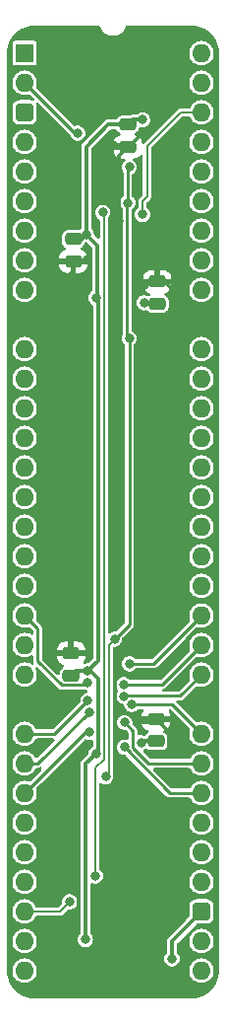
<source format=gbl>
%TF.GenerationSoftware,KiCad,Pcbnew,8.0.4*%
%TF.CreationDate,2024-08-12T19:20:24+02:00*%
%TF.ProjectId,HCP65 Main Memory Address,48435036-3520-44d6-9169-6e204d656d6f,V0*%
%TF.SameCoordinates,PX54c81a0PY37b6b20*%
%TF.FileFunction,Copper,L2,Bot*%
%TF.FilePolarity,Positive*%
%FSLAX46Y46*%
G04 Gerber Fmt 4.6, Leading zero omitted, Abs format (unit mm)*
G04 Created by KiCad (PCBNEW 8.0.4) date 2024-08-12 19:20:24*
%MOMM*%
%LPD*%
G01*
G04 APERTURE LIST*
G04 Aperture macros list*
%AMRoundRect*
0 Rectangle with rounded corners*
0 $1 Rounding radius*
0 $2 $3 $4 $5 $6 $7 $8 $9 X,Y pos of 4 corners*
0 Add a 4 corners polygon primitive as box body*
4,1,4,$2,$3,$4,$5,$6,$7,$8,$9,$2,$3,0*
0 Add four circle primitives for the rounded corners*
1,1,$1+$1,$2,$3*
1,1,$1+$1,$4,$5*
1,1,$1+$1,$6,$7*
1,1,$1+$1,$8,$9*
0 Add four rect primitives between the rounded corners*
20,1,$1+$1,$2,$3,$4,$5,0*
20,1,$1+$1,$4,$5,$6,$7,0*
20,1,$1+$1,$6,$7,$8,$9,0*
20,1,$1+$1,$8,$9,$2,$3,0*%
G04 Aperture macros list end*
%TA.AperFunction,ComponentPad*%
%ADD10R,1.600000X1.600000*%
%TD*%
%TA.AperFunction,ComponentPad*%
%ADD11O,1.600000X1.600000*%
%TD*%
%TA.AperFunction,ComponentPad*%
%ADD12RoundRect,0.400000X-0.400000X-0.400000X0.400000X-0.400000X0.400000X0.400000X-0.400000X0.400000X0*%
%TD*%
%TA.AperFunction,SMDPad,CuDef*%
%ADD13RoundRect,0.250000X0.475000X-0.250000X0.475000X0.250000X-0.475000X0.250000X-0.475000X-0.250000X0*%
%TD*%
%TA.AperFunction,SMDPad,CuDef*%
%ADD14RoundRect,0.250000X-0.475000X0.250000X-0.475000X-0.250000X0.475000X-0.250000X0.475000X0.250000X0*%
%TD*%
%TA.AperFunction,ViaPad*%
%ADD15C,0.800000*%
%TD*%
%TA.AperFunction,Conductor*%
%ADD16C,0.380000*%
%TD*%
%TA.AperFunction,Conductor*%
%ADD17C,0.280000*%
%TD*%
%TA.AperFunction,Conductor*%
%ADD18C,0.200000*%
%TD*%
%TA.AperFunction,Conductor*%
%ADD19C,0.250000*%
%TD*%
G04 APERTURE END LIST*
D10*
%TO.P,J2,1,Pin_1*%
%TO.N,~{Main Access Slot}*%
X0Y0D03*
D11*
%TO.P,J2,2,Pin_2*%
%TO.N,~{Main}*%
X0Y-2540000D03*
D12*
%TO.P,J2,3,Pin_3*%
%TO.N,5V*%
X0Y-5080000D03*
D11*
%TO.P,J2,4,Pin_4*%
%TO.N,~{RD}*%
X0Y-7620000D03*
%TO.P,J2,5,Pin_5*%
%TO.N,~{WD}*%
X0Y-10160000D03*
%TO.P,J2,6,Pin_6*%
%TO.N,A23*%
X0Y-12700000D03*
%TO.P,J2,7,Pin_7*%
%TO.N,A22*%
X0Y-15240000D03*
%TO.P,J2,8,Pin_8*%
%TO.N,A21*%
X0Y-17780000D03*
%TO.P,J2,9,Pin_9*%
%TO.N,A20*%
X0Y-20320000D03*
D10*
%TO.P,J2,10,Pin_10*%
%TO.N,GND*%
X0Y-22860000D03*
D11*
%TO.P,J2,11,Pin_11*%
%TO.N,A19*%
X0Y-25400000D03*
%TO.P,J2,12,Pin_12*%
%TO.N,A18*%
X0Y-27940000D03*
%TO.P,J2,13,Pin_13*%
%TO.N,A17*%
X0Y-30480000D03*
%TO.P,J2,14,Pin_14*%
%TO.N,A16*%
X0Y-33020000D03*
%TO.P,J2,15,Pin_15*%
%TO.N,A15*%
X0Y-35560000D03*
%TO.P,J2,16,Pin_16*%
%TO.N,A14*%
X0Y-38100000D03*
%TO.P,J2,17,Pin_17*%
%TO.N,A13*%
X0Y-40640000D03*
%TO.P,J2,18,Pin_18*%
%TO.N,A12*%
X0Y-43180000D03*
%TO.P,J2,19,Pin_19*%
%TO.N,A11*%
X0Y-45720000D03*
%TO.P,J2,20,Pin_20*%
%TO.N,A10*%
X0Y-48260000D03*
%TO.P,J2,21,Pin_21*%
%TO.N,A9*%
X0Y-50800000D03*
%TO.P,J2,22,Pin_22*%
%TO.N,A8*%
X0Y-53340000D03*
D10*
%TO.P,J2,23,Pin_23*%
%TO.N,GND*%
X0Y-55880000D03*
D11*
%TO.P,J2,24,Pin_24*%
%TO.N,A7*%
X0Y-58420000D03*
%TO.P,J2,25,Pin_25*%
%TO.N,A6*%
X0Y-60960000D03*
%TO.P,J2,26,Pin_26*%
%TO.N,A5*%
X0Y-63500000D03*
%TO.P,J2,27,Pin_27*%
%TO.N,A4*%
X0Y-66040000D03*
%TO.P,J2,28,Pin_28*%
%TO.N,A3*%
X0Y-68580000D03*
%TO.P,J2,29,Pin_29*%
%TO.N,A2*%
X0Y-71120000D03*
%TO.P,J2,30,Pin_30*%
%TO.N,S*%
X0Y-73660000D03*
%TO.P,J2,31,Pin_31*%
%TO.N,A1*%
X0Y-76200000D03*
%TO.P,J2,32,Pin_32*%
%TO.N,A0*%
X0Y-78740000D03*
%TO.P,J2,33,Pin_33*%
%TO.N,MA0*%
X15240000Y-78740000D03*
%TO.P,J2,34,Pin_34*%
%TO.N,MA1*%
X15240000Y-76200000D03*
D12*
%TO.P,J2,35,Pin_35*%
%TO.N,5V*%
X15240000Y-73660000D03*
D11*
%TO.P,J2,36,Pin_36*%
%TO.N,MA2*%
X15240000Y-71120000D03*
%TO.P,J2,37,Pin_37*%
%TO.N,MA3*%
X15240000Y-68580000D03*
%TO.P,J2,38,Pin_38*%
%TO.N,MA4*%
X15240000Y-66040000D03*
%TO.P,J2,39,Pin_39*%
%TO.N,MA5*%
X15240000Y-63500000D03*
%TO.P,J2,40,Pin_40*%
%TO.N,MA6*%
X15240000Y-60960000D03*
%TO.P,J2,41,Pin_41*%
%TO.N,MA7*%
X15240000Y-58420000D03*
D10*
%TO.P,J2,42,Pin_42*%
%TO.N,GND*%
X15240000Y-55880000D03*
D11*
%TO.P,J2,43,Pin_43*%
%TO.N,MA8*%
X15240000Y-53340000D03*
%TO.P,J2,44,Pin_44*%
%TO.N,MA9*%
X15240000Y-50800000D03*
%TO.P,J2,45,Pin_45*%
%TO.N,MA10*%
X15240000Y-48260000D03*
%TO.P,J2,46,Pin_46*%
%TO.N,MA11*%
X15240000Y-45720000D03*
%TO.P,J2,47,Pin_47*%
%TO.N,MA12*%
X15240000Y-43180000D03*
%TO.P,J2,48,Pin_48*%
%TO.N,MA13*%
X15240000Y-40640000D03*
%TO.P,J2,49,Pin_49*%
%TO.N,MA14*%
X15240000Y-38100000D03*
%TO.P,J2,50,Pin_50*%
%TO.N,MA15*%
X15240000Y-35560000D03*
%TO.P,J2,51,Pin_51*%
%TO.N,MA16*%
X15240000Y-33020000D03*
%TO.P,J2,52,Pin_52*%
%TO.N,MA17*%
X15240000Y-30480000D03*
%TO.P,J2,53,Pin_53*%
%TO.N,MA18*%
X15240000Y-27940000D03*
%TO.P,J2,54,Pin_54*%
%TO.N,MA19*%
X15240000Y-25400000D03*
D10*
%TO.P,J2,55,Pin_55*%
%TO.N,GND*%
X15240000Y-22860000D03*
D11*
%TO.P,J2,56,Pin_56*%
%TO.N,MA20*%
X15240000Y-20320000D03*
%TO.P,J2,57,Pin_57*%
%TO.N,MA21*%
X15240000Y-17780000D03*
%TO.P,J2,58,Pin_58*%
%TO.N,MA22*%
X15240000Y-15240000D03*
%TO.P,J2,59,Pin_59*%
%TO.N,MA23*%
X15240000Y-12700000D03*
%TO.P,J2,60,Pin_60*%
%TO.N,M~{WD}*%
X15240000Y-10160000D03*
%TO.P,J2,61,Pin_61*%
%TO.N,M~{RD}*%
X15240000Y-7620000D03*
%TO.P,J2,62,Pin_62*%
%TO.N,MS*%
X15240000Y-5080000D03*
%TO.P,J2,63,Pin_63*%
%TO.N,unconnected-(J2-Pin_63-Pad63)*%
X15240000Y-2540000D03*
%TO.P,J2,64,Pin_64*%
%TO.N,unconnected-(J2-Pin_64-Pad64)*%
X15240000Y0D03*
%TD*%
D13*
%TO.P,C5,1*%
%TO.N,/3.3V*%
X4013200Y-53410400D03*
%TO.P,C5,2*%
%TO.N,GND*%
X4013200Y-51510400D03*
%TD*%
%TO.P,C4,1*%
%TO.N,/3.3V*%
X11328400Y-59049200D03*
%TO.P,C4,2*%
%TO.N,GND*%
X11328400Y-57149200D03*
%TD*%
D14*
%TO.P,C2,1*%
%TO.N,/3.3V*%
X8890000Y-6127200D03*
%TO.P,C2,2*%
%TO.N,GND*%
X8890000Y-8027200D03*
%TD*%
%TO.P,C3,1*%
%TO.N,/3.3V*%
X4191000Y-15957000D03*
%TO.P,C3,2*%
%TO.N,GND*%
X4191000Y-17857000D03*
%TD*%
D13*
%TO.P,C1,1*%
%TO.N,/3.3V*%
X11430000Y-21508000D03*
%TO.P,C1,2*%
%TO.N,GND*%
X11430000Y-19608000D03*
%TD*%
D15*
%TO.N,GND*%
X7939000Y-19933026D03*
X5396000Y-17679110D03*
X7647996Y-7874000D03*
X9906000Y-26162000D03*
X11811000Y-4318000D03*
X9737753Y-51034518D03*
X13906501Y-6413501D03*
X5212975Y-19959075D03*
X9718560Y-57432067D03*
X9779000Y-22919000D03*
X10033000Y-47498000D03*
X8382000Y-58420000D03*
X10307788Y-19919000D03*
X8382000Y-61214000D03*
X8117515Y-14389273D03*
X8890000Y-74930000D03*
%TO.N,5V*%
X12700000Y-77724000D03*
%TO.N,/3.3V*%
X5317515Y-15560090D03*
X10160000Y-5715000D03*
X6139000Y-60117839D03*
X6139000Y-20995622D03*
X5247583Y-76073000D03*
X10052000Y-59175181D03*
X10287000Y-21419000D03*
X5438030Y-53017670D03*
%TO.N,S*%
X3873500Y-72834500D03*
X6096000Y-70612000D03*
X6731000Y-13678984D03*
%TO.N,MS*%
X10160000Y-13843000D03*
%TO.N,/~{Main Access}*%
X7747000Y-50292000D03*
X8890000Y-12837102D03*
X9017006Y-24479000D03*
X6984994Y-62103000D03*
X9017000Y-9779000D03*
%TO.N,~{Main}*%
X4572000Y-6858000D03*
%TO.N,A5*%
X5559000Y-58293002D03*
%TO.N,A7*%
X5450618Y-55541556D03*
%TO.N,MA10*%
X9040762Y-52403113D03*
%TO.N,MA9*%
X8538000Y-54189275D03*
%TO.N,MA5*%
X8602000Y-59570481D03*
%TO.N,MA8*%
X8537000Y-55189217D03*
%TO.N,A10*%
X5451045Y-54017588D03*
%TO.N,MA6*%
X8628207Y-57436099D03*
%TO.N,A6*%
X5559000Y-56535668D03*
%TO.N,MA7*%
X9233593Y-55906687D03*
%TD*%
D16*
%TO.N,GND*%
X13789200Y-59610000D02*
X11328400Y-57149200D01*
D17*
X11430000Y-19608000D02*
X10618788Y-19608000D01*
D16*
X7863462Y-55641233D02*
X7748000Y-55756695D01*
X9398000Y-20828788D02*
X9398000Y-22538000D01*
D17*
X16380000Y-54740000D02*
X16380000Y-47787796D01*
D16*
X0Y-55880000D02*
X-1190000Y-57070000D01*
X10033000Y-47498000D02*
X10033000Y-50739271D01*
D17*
X4191000Y-17857000D02*
X5218110Y-17857000D01*
D16*
X15732915Y-47070000D02*
X16430000Y-46372915D01*
X8890000Y-8027200D02*
X8100000Y-8817200D01*
X10033000Y-26289000D02*
X10033000Y-47498000D01*
X-1190000Y-57070000D02*
X-1190000Y-76692915D01*
D17*
X14160000Y-22860000D02*
X13906499Y-22606499D01*
D16*
X10033000Y-47498000D02*
X10461000Y-47070000D01*
X7747000Y-52381825D02*
X9094307Y-51034518D01*
X9906000Y-26162000D02*
X9906000Y-23046000D01*
X-1190000Y-24050000D02*
X0Y-22860000D01*
X15240000Y-22860000D02*
X11988000Y-19608000D01*
X8736800Y-7874000D02*
X7647996Y-7874000D01*
X7748000Y-57786000D02*
X8382000Y-58420000D01*
X4191000Y-18669000D02*
X4191000Y-17857000D01*
X7748000Y-59054000D02*
X8382000Y-58420000D01*
X7863462Y-55641233D02*
X7863462Y-55653785D01*
X15240000Y-55880000D02*
X16430000Y-57070000D01*
X-1190000Y-76692915D02*
X-492915Y-77390000D01*
X8248000Y-14519758D02*
X8117515Y-14389273D01*
X16430000Y-47767085D02*
X16430000Y-54690000D01*
X10033000Y-50739271D02*
X9737753Y-51034518D01*
X16430000Y-58961000D02*
X15781000Y-59610000D01*
X8906364Y-56696687D02*
X9016201Y-56696687D01*
X16430000Y-24050000D02*
X15240000Y-22860000D01*
X11811000Y-5181229D02*
X11811000Y-4318000D01*
X16430000Y-54690000D02*
X15240000Y-55880000D01*
D17*
X13906499Y-22606499D02*
X13906499Y-6413503D01*
D16*
X8100000Y-14371758D02*
X8117515Y-14389273D01*
D17*
X5218110Y-17857000D02*
X5396000Y-17679110D01*
D16*
X8890000Y-61722000D02*
X8382000Y-61214000D01*
X8965029Y-8027200D02*
X11811000Y-5181229D01*
X15781000Y-59610000D02*
X13789200Y-59610000D01*
X9094307Y-51034518D02*
X9737753Y-51034518D01*
X9718560Y-57399046D02*
X9718560Y-57432067D01*
X8890000Y-74930000D02*
X8890000Y-61722000D01*
X7747000Y-55524771D02*
X7747000Y-52381825D01*
X0Y-55880000D02*
X-1190000Y-54690000D01*
D17*
X15712204Y-47120000D02*
X16380000Y-46452204D01*
D16*
X7748000Y-55756695D02*
X7748000Y-57786000D01*
X6430000Y-77390000D02*
X8890000Y-74930000D01*
D17*
X10618788Y-19608000D02*
X10307788Y-19919000D01*
D16*
X11078779Y-57398821D02*
X9751806Y-57398821D01*
D17*
X16380000Y-24000000D02*
X15240000Y-22860000D01*
D16*
X10461000Y-47070000D02*
X15732915Y-47070000D01*
X9906000Y-26162000D02*
X10033000Y-26289000D01*
D17*
X10411000Y-47120000D02*
X10033000Y-47498000D01*
D16*
X9398000Y-22538000D02*
X9779000Y-22919000D01*
X15732915Y-47070000D02*
X16430000Y-47767085D01*
D17*
X13906499Y-6413503D02*
X13906501Y-6413501D01*
D16*
X8248000Y-19624026D02*
X8248000Y-14519758D01*
X7939000Y-19933026D02*
X8248000Y-19624026D01*
D17*
X16380000Y-47787796D02*
X15712204Y-47120000D01*
D16*
X8100000Y-8817200D02*
X8100000Y-14371758D01*
X-1190000Y-54690000D02*
X-1190000Y-24050000D01*
X0Y-22860000D02*
X4191000Y-18669000D01*
X9751806Y-57398821D02*
X9718560Y-57432067D01*
X7748000Y-60580000D02*
X7748000Y-59054000D01*
X16430000Y-46372915D02*
X16430000Y-24050000D01*
X10307788Y-19919000D02*
X9398000Y-20828788D01*
X16430000Y-57070000D02*
X16430000Y-58961000D01*
X7863462Y-55641233D02*
X7747000Y-55524771D01*
D17*
X16380000Y-46452204D02*
X16380000Y-24000000D01*
D16*
X-492915Y-77390000D02*
X6430000Y-77390000D01*
D17*
X15712204Y-47120000D02*
X10411000Y-47120000D01*
X15240000Y-55880000D02*
X16380000Y-54740000D01*
D16*
X8382000Y-61214000D02*
X7748000Y-60580000D01*
X9906000Y-23046000D02*
X9779000Y-22919000D01*
X7863462Y-55653785D02*
X8906364Y-56696687D01*
X9016201Y-56696687D02*
X9718560Y-57399046D01*
X11988000Y-19608000D02*
X11430000Y-19608000D01*
D17*
X15240000Y-22860000D02*
X14160000Y-22860000D01*
D16*
%TO.N,5V*%
X12700000Y-76200000D02*
X12700000Y-77724000D01*
X15240000Y-73660000D02*
X12700000Y-76200000D01*
%TO.N,/3.3V*%
X5438030Y-53017670D02*
X6332000Y-52123700D01*
X11328400Y-59049200D02*
X10177981Y-59049200D01*
D17*
X4920605Y-15957000D02*
X5317515Y-15560090D01*
D16*
X4405930Y-53017670D02*
X5438030Y-53017670D01*
X5317515Y-15560090D02*
X6286179Y-16528754D01*
X6349000Y-59907839D02*
X6139000Y-60117839D01*
X4013200Y-53410400D02*
X4405930Y-53017670D01*
D17*
X11430000Y-21508000D02*
X10376000Y-21508000D01*
D16*
X6332000Y-21188622D02*
X6139000Y-20995622D01*
X5317515Y-15560090D02*
X5317515Y-8017485D01*
X5247583Y-76073000D02*
X5247583Y-61009256D01*
X5438030Y-53017670D02*
X5703356Y-53017670D01*
X7207800Y-6127200D02*
X8890000Y-6127200D01*
X10160000Y-5715000D02*
X9302200Y-5715000D01*
D17*
X10376000Y-21508000D02*
X10287000Y-21419000D01*
D16*
X6286179Y-20848443D02*
X6139000Y-20995622D01*
X6332000Y-52123700D02*
X6332000Y-21188622D01*
D17*
X4191000Y-15957000D02*
X4920605Y-15957000D01*
D16*
X5247583Y-61009256D02*
X6139000Y-60117839D01*
X6286179Y-16528754D02*
X6286179Y-20848443D01*
X5317515Y-8017485D02*
X7207800Y-6127200D01*
X6349000Y-53663314D02*
X6349000Y-59907839D01*
X9302200Y-5715000D02*
X8890000Y-6127200D01*
X5703356Y-53017670D02*
X6349000Y-53663314D01*
X10177981Y-59049200D02*
X10052000Y-59175181D01*
D18*
%TO.N,S*%
X6096000Y-61341000D02*
X6096000Y-70612000D01*
X6839000Y-60598000D02*
X6096000Y-61341000D01*
X0Y-73660000D02*
X3048000Y-73660000D01*
X3048000Y-73660000D02*
X3873500Y-72834500D01*
X6731000Y-13678984D02*
X6839000Y-13786984D01*
X6839000Y-13786984D02*
X6839000Y-60598000D01*
%TO.N,MS*%
X10160000Y-12700000D02*
X10160000Y-13843000D01*
X15240000Y-5080000D02*
X13462000Y-5080000D01*
X10541000Y-12319000D02*
X10160000Y-12700000D01*
X13462000Y-5080000D02*
X10541000Y-8001000D01*
X10541000Y-8001000D02*
X10541000Y-12319000D01*
D19*
%TO.N,/~{Main Access}*%
X9017006Y-49021994D02*
X7747000Y-50292000D01*
D18*
X7747000Y-50292000D02*
X7239000Y-50800000D01*
D19*
X9017006Y-24479000D02*
X8842515Y-24304509D01*
X8890000Y-9906000D02*
X8890000Y-12837102D01*
D18*
X7239000Y-61848994D02*
X6984994Y-62103000D01*
D19*
X9017000Y-9779000D02*
X8890000Y-9906000D01*
X9017006Y-24479000D02*
X9017006Y-49021994D01*
D18*
X7239000Y-50800000D02*
X7239000Y-61848994D01*
D19*
X8842515Y-12884587D02*
X8890000Y-12837102D01*
X8842515Y-24304509D02*
X8842515Y-12884587D01*
%TO.N,~{Main}*%
X0Y-2540000D02*
X4318000Y-6858000D01*
X4318000Y-6858000D02*
X4572000Y-6858000D01*
%TO.N,A5*%
X5206998Y-58293002D02*
X5559000Y-58293002D01*
X0Y-63500000D02*
X5206998Y-58293002D01*
%TO.N,A7*%
X2572174Y-58420000D02*
X5450618Y-55541556D01*
X0Y-58420000D02*
X2572174Y-58420000D01*
%TO.N,MA10*%
X15240000Y-48260000D02*
X11096887Y-52403113D01*
X11096887Y-52403113D02*
X9040762Y-52403113D01*
%TO.N,MA9*%
X15240000Y-50800000D02*
X11850725Y-54189275D01*
X11850725Y-54189275D02*
X8538000Y-54189275D01*
%TO.N,MA5*%
X15240000Y-63500000D02*
X12531519Y-63500000D01*
X12531519Y-63500000D02*
X8602000Y-59570481D01*
%TO.N,MA8*%
X13411325Y-55168675D02*
X8557542Y-55168675D01*
X15240000Y-53340000D02*
X13411325Y-55168675D01*
X8557542Y-55168675D02*
X8537000Y-55189217D01*
%TO.N,A10*%
X1125000Y-49385000D02*
X1125000Y-52179000D01*
X1125000Y-52179000D02*
X3181400Y-54235400D01*
X5233233Y-54235400D02*
X5451045Y-54017588D01*
X0Y-48260000D02*
X1125000Y-49385000D01*
X3181400Y-54235400D02*
X5233233Y-54235400D01*
%TO.N,MA6*%
X10668000Y-60960000D02*
X9327000Y-59619000D01*
X9327000Y-59619000D02*
X9327000Y-58134892D01*
X15240000Y-60960000D02*
X10668000Y-60960000D01*
X9327000Y-58134892D02*
X8628207Y-57436099D01*
%TO.N,A6*%
X1134668Y-60960000D02*
X5559000Y-56535668D01*
X0Y-60960000D02*
X1134668Y-60960000D01*
%TO.N,MA7*%
X12726687Y-55906687D02*
X9233593Y-55906687D01*
X15240000Y-58420000D02*
X12726687Y-55906687D01*
%TD*%
%TA.AperFunction,Conductor*%
%TO.N,GND*%
G36*
X1397000Y-3405963D02*
G01*
X1018420Y-3027383D01*
X984935Y-2966060D01*
X987439Y-2903709D01*
X1035300Y-2745934D01*
X1055583Y-2540000D01*
X1035300Y-2334066D01*
X975232Y-2136046D01*
X877685Y-1953550D01*
X825702Y-1890209D01*
X746410Y-1793589D01*
X586452Y-1662317D01*
X586453Y-1662317D01*
X586450Y-1662315D01*
X403954Y-1564768D01*
X205934Y-1504700D01*
X205932Y-1504699D01*
X205934Y-1504699D01*
X0Y-1484417D01*
X-205933Y-1504699D01*
X-403957Y-1564769D01*
X-514102Y-1623643D01*
X-586450Y-1662315D01*
X-586452Y-1662316D01*
X-586453Y-1662317D01*
X-746411Y-1793589D01*
X-877683Y-1953547D01*
X-975231Y-2136043D01*
X-1035301Y-2334067D01*
X-1055583Y-2540000D01*
X-1035301Y-2745932D01*
X-1035300Y-2745934D01*
X-975232Y-2943954D01*
X-877685Y-3126450D01*
X-877683Y-3126452D01*
X-746411Y-3286410D01*
X-649791Y-3365702D01*
X-586450Y-3417685D01*
X-403954Y-3515232D01*
X-205934Y-3575300D01*
X-205935Y-3575300D01*
X-187471Y-3577118D01*
X0Y-3595583D01*
X205934Y-3575300D01*
X363709Y-3527439D01*
X433574Y-3526817D01*
X487383Y-3558420D01*
X815130Y-3886167D01*
X848615Y-3947490D01*
X843631Y-4017182D01*
X801759Y-4073115D01*
X736295Y-4097532D01*
X668022Y-4082680D01*
X664331Y-4080582D01*
X660396Y-4078255D01*
X660393Y-4078254D01*
X502573Y-4032402D01*
X502567Y-4032401D01*
X465701Y-4029500D01*
X465694Y-4029500D01*
X-465694Y-4029500D01*
X-465702Y-4029500D01*
X-502568Y-4032401D01*
X-502574Y-4032402D01*
X-660394Y-4078254D01*
X-660397Y-4078255D01*
X-801863Y-4161917D01*
X-801871Y-4161923D01*
X-918077Y-4278129D01*
X-918083Y-4278137D01*
X-1001745Y-4419603D01*
X-1001746Y-4419606D01*
X-1047598Y-4577426D01*
X-1047599Y-4577432D01*
X-1050500Y-4614298D01*
X-1050500Y-5545701D01*
X-1047599Y-5582567D01*
X-1047598Y-5582573D01*
X-1001746Y-5740393D01*
X-1001745Y-5740396D01*
X-918083Y-5881862D01*
X-918077Y-5881870D01*
X-801871Y-5998076D01*
X-801867Y-5998079D01*
X-801865Y-5998081D01*
X-660398Y-6081744D01*
X-618776Y-6093836D01*
X-502574Y-6127597D01*
X-502571Y-6127597D01*
X-502569Y-6127598D01*
X-465694Y-6130500D01*
X-465686Y-6130500D01*
X465686Y-6130500D01*
X465694Y-6130500D01*
X502569Y-6127598D01*
X502571Y-6127597D01*
X502573Y-6127597D01*
X544191Y-6115505D01*
X660398Y-6081744D01*
X801865Y-5998081D01*
X918081Y-5881865D01*
X1001744Y-5740398D01*
X1047598Y-5582569D01*
X1050500Y-5545694D01*
X1050500Y-4614306D01*
X1047598Y-4577431D01*
X1001744Y-4419602D01*
X999418Y-4415670D01*
X982236Y-4347947D01*
X1004396Y-4281684D01*
X1058862Y-4237921D01*
X1128342Y-4230552D01*
X1190777Y-4261916D01*
X1193832Y-4264869D01*
X1397000Y-4468037D01*
X1397000Y-49125963D01*
X1018420Y-48747383D01*
X984935Y-48686060D01*
X987439Y-48623709D01*
X1035300Y-48465934D01*
X1055583Y-48260000D01*
X1035300Y-48054066D01*
X975232Y-47856046D01*
X877685Y-47673550D01*
X825702Y-47610209D01*
X746410Y-47513589D01*
X586452Y-47382317D01*
X586453Y-47382317D01*
X586450Y-47382315D01*
X403954Y-47284768D01*
X205934Y-47224700D01*
X205932Y-47224699D01*
X205934Y-47224699D01*
X0Y-47204417D01*
X-205933Y-47224699D01*
X-403957Y-47284769D01*
X-514102Y-47343643D01*
X-586450Y-47382315D01*
X-586452Y-47382316D01*
X-586453Y-47382317D01*
X-746411Y-47513589D01*
X-877683Y-47673547D01*
X-975231Y-47856043D01*
X-1035301Y-48054067D01*
X-1055583Y-48260000D01*
X-1035301Y-48465932D01*
X-1035300Y-48465934D01*
X-975232Y-48663954D01*
X-877685Y-48846450D01*
X-877683Y-48846452D01*
X-746411Y-49006410D01*
X-651226Y-49084525D01*
X-586450Y-49137685D01*
X-403954Y-49235232D01*
X-205934Y-49295300D01*
X-205935Y-49295300D01*
X-187471Y-49297118D01*
X0Y-49315583D01*
X205934Y-49295300D01*
X363709Y-49247439D01*
X433574Y-49246817D01*
X487383Y-49278420D01*
X713181Y-49504218D01*
X746666Y-49565541D01*
X749500Y-49591899D01*
X749500Y-49802585D01*
X729815Y-49869624D01*
X677011Y-49915379D01*
X607853Y-49925323D01*
X567047Y-49911943D01*
X403958Y-49824769D01*
X304944Y-49794734D01*
X205934Y-49764700D01*
X205932Y-49764699D01*
X205934Y-49764699D01*
X0Y-49744417D01*
X-205933Y-49764699D01*
X-403957Y-49824769D01*
X-487873Y-49869624D01*
X-586450Y-49922315D01*
X-586452Y-49922316D01*
X-586453Y-49922317D01*
X-746411Y-50053589D01*
X-877683Y-50213547D01*
X-975231Y-50396043D01*
X-1035301Y-50594067D01*
X-1055583Y-50800000D01*
X-1035301Y-51005932D01*
X-1035300Y-51005934D01*
X-975232Y-51203954D01*
X-877685Y-51386450D01*
X-877683Y-51386452D01*
X-746411Y-51546410D01*
X-649791Y-51625702D01*
X-586450Y-51677685D01*
X-403954Y-51775232D01*
X-205934Y-51835300D01*
X-205935Y-51835300D01*
X-187471Y-51837118D01*
X0Y-51855583D01*
X205934Y-51835300D01*
X403954Y-51775232D01*
X567048Y-51688055D01*
X635449Y-51673814D01*
X700693Y-51698814D01*
X742064Y-51755118D01*
X749500Y-51797414D01*
X749500Y-52228435D01*
X775090Y-52323938D01*
X775091Y-52323939D01*
X776123Y-52327791D01*
X774460Y-52397641D01*
X735298Y-52455504D01*
X671069Y-52483008D01*
X602167Y-52471422D01*
X587471Y-52462996D01*
X586461Y-52462321D01*
X573707Y-52455504D01*
X403954Y-52364768D01*
X205934Y-52304700D01*
X205932Y-52304699D01*
X205934Y-52304699D01*
X0Y-52284417D01*
X-205933Y-52304699D01*
X-403957Y-52364769D01*
X-465455Y-52397641D01*
X-586450Y-52462315D01*
X-586452Y-52462316D01*
X-586453Y-52462317D01*
X-746411Y-52593589D01*
X-877683Y-52753547D01*
X-975231Y-52936043D01*
X-1035301Y-53134067D01*
X-1055583Y-53340000D01*
X-1035301Y-53545932D01*
X-1035300Y-53545934D01*
X-975232Y-53743954D01*
X-877685Y-53926450D01*
X-877683Y-53926452D01*
X-746411Y-54086410D01*
X-649791Y-54165702D01*
X-586450Y-54217685D01*
X-403954Y-54315232D01*
X-205934Y-54375300D01*
X-205935Y-54375300D01*
X-187471Y-54377118D01*
X0Y-54395583D01*
X205934Y-54375300D01*
X403954Y-54315232D01*
X586450Y-54217685D01*
X746410Y-54086410D01*
X877685Y-53926450D01*
X975232Y-53743954D01*
X1035300Y-53545934D01*
X1055583Y-53340000D01*
X1035300Y-53134066D01*
X975232Y-52936046D01*
X937792Y-52866002D01*
X923551Y-52797602D01*
X948550Y-52732357D01*
X1004855Y-52690986D01*
X1074588Y-52686624D01*
X1134832Y-52719869D01*
X1397000Y-52982037D01*
X1397000Y-58044500D01*
X1064764Y-58044500D01*
X997725Y-58024815D01*
X955406Y-57978954D01*
X936237Y-57943092D01*
X877685Y-57833550D01*
X825702Y-57770209D01*
X746410Y-57673589D01*
X586452Y-57542317D01*
X586453Y-57542317D01*
X586450Y-57542315D01*
X403954Y-57444768D01*
X205934Y-57384700D01*
X205932Y-57384699D01*
X205934Y-57384699D01*
X0Y-57364417D01*
X-205933Y-57384699D01*
X-403957Y-57444769D01*
X-514102Y-57503643D01*
X-586450Y-57542315D01*
X-586452Y-57542316D01*
X-586453Y-57542317D01*
X-746411Y-57673589D01*
X-877683Y-57833547D01*
X-975231Y-58016043D01*
X-1035301Y-58214067D01*
X-1055583Y-58420000D01*
X-1035301Y-58625932D01*
X-1006622Y-58720475D01*
X-975232Y-58823954D01*
X-877685Y-59006450D01*
X-877683Y-59006452D01*
X-746411Y-59166410D01*
X-649791Y-59245702D01*
X-586450Y-59297685D01*
X-403954Y-59395232D01*
X-205934Y-59455300D01*
X-205935Y-59455300D01*
X-187471Y-59457118D01*
X0Y-59475583D01*
X205934Y-59455300D01*
X403954Y-59395232D01*
X586450Y-59297685D01*
X746410Y-59166410D01*
X877685Y-59006450D01*
X955406Y-58861046D01*
X1004369Y-58811202D01*
X1064764Y-58795500D01*
X1397000Y-58795500D01*
X1397000Y-60166629D01*
X1104724Y-60458905D01*
X1043401Y-60492390D01*
X973709Y-60487406D01*
X917776Y-60445534D01*
X907695Y-60429694D01*
X877685Y-60373550D01*
X877681Y-60373545D01*
X746410Y-60213589D01*
X586452Y-60082317D01*
X586453Y-60082317D01*
X586450Y-60082315D01*
X403954Y-59984768D01*
X205934Y-59924700D01*
X205932Y-59924699D01*
X205934Y-59924699D01*
X0Y-59904417D01*
X-205933Y-59924699D01*
X-403957Y-59984769D01*
X-514102Y-60043643D01*
X-586450Y-60082315D01*
X-586452Y-60082316D01*
X-586453Y-60082317D01*
X-746411Y-60213589D01*
X-877683Y-60373547D01*
X-975231Y-60556043D01*
X-1035301Y-60754067D01*
X-1055583Y-60960000D01*
X-1035301Y-61165932D01*
X-1008602Y-61253947D01*
X-975232Y-61363954D01*
X-877685Y-61546450D01*
X-877683Y-61546452D01*
X-746411Y-61706410D01*
X-649791Y-61785702D01*
X-586450Y-61837685D01*
X-403954Y-61935232D01*
X-205934Y-61995300D01*
X-205935Y-61995300D01*
X-187471Y-61997118D01*
X0Y-62015583D01*
X205934Y-61995300D01*
X403954Y-61935232D01*
X586450Y-61837685D01*
X746410Y-61706410D01*
X877685Y-61546450D01*
X955406Y-61401046D01*
X1004369Y-61351202D01*
X1064764Y-61335500D01*
X1184103Y-61335500D01*
X1184104Y-61335500D01*
X1231854Y-61322705D01*
X1279606Y-61309910D01*
X1361703Y-61262511D01*
X1397000Y-61253947D01*
X1397000Y-61571961D01*
X487382Y-62481579D01*
X426059Y-62515064D01*
X363706Y-62512559D01*
X261577Y-62481579D01*
X205934Y-62464700D01*
X205932Y-62464699D01*
X205934Y-62464699D01*
X0Y-62444417D01*
X-205933Y-62464699D01*
X-403957Y-62524769D01*
X-514102Y-62583643D01*
X-586450Y-62622315D01*
X-586452Y-62622316D01*
X-586453Y-62622317D01*
X-746411Y-62753589D01*
X-877683Y-62913547D01*
X-975231Y-63096043D01*
X-1035301Y-63294067D01*
X-1055583Y-63500000D01*
X-1035301Y-63705932D01*
X-1035300Y-63705934D01*
X-975232Y-63903954D01*
X-877685Y-64086450D01*
X-877683Y-64086452D01*
X-746411Y-64246410D01*
X-649791Y-64325702D01*
X-586450Y-64377685D01*
X-403954Y-64475232D01*
X-205934Y-64535300D01*
X-205935Y-64535300D01*
X-187471Y-64537118D01*
X0Y-64555583D01*
X205934Y-64535300D01*
X403954Y-64475232D01*
X586450Y-64377685D01*
X746410Y-64246410D01*
X877685Y-64086450D01*
X975232Y-63903954D01*
X1035300Y-63705934D01*
X1055583Y-63500000D01*
X1035300Y-63294066D01*
X987439Y-63136290D01*
X986816Y-63066426D01*
X1018417Y-63012618D01*
X1397000Y-62634036D01*
X1397000Y-73309500D01*
X1078127Y-73309500D01*
X1011088Y-73289815D01*
X968769Y-73243954D01*
X949879Y-73208615D01*
X877685Y-73073550D01*
X825702Y-73010209D01*
X746410Y-72913589D01*
X586452Y-72782317D01*
X586453Y-72782317D01*
X586450Y-72782315D01*
X403954Y-72684768D01*
X205934Y-72624700D01*
X205932Y-72624699D01*
X205934Y-72624699D01*
X0Y-72604417D01*
X-205933Y-72624699D01*
X-403957Y-72684769D01*
X-514102Y-72743643D01*
X-586450Y-72782315D01*
X-586452Y-72782316D01*
X-586453Y-72782317D01*
X-746411Y-72913589D01*
X-877683Y-73073547D01*
X-975231Y-73256043D01*
X-1035301Y-73454067D01*
X-1055583Y-73660000D01*
X-1035301Y-73865932D01*
X-1035300Y-73865934D01*
X-975232Y-74063954D01*
X-877685Y-74246450D01*
X-877683Y-74246452D01*
X-746411Y-74406410D01*
X-649791Y-74485702D01*
X-586450Y-74537685D01*
X-403954Y-74635232D01*
X-205934Y-74695300D01*
X-205935Y-74695300D01*
X-187471Y-74697118D01*
X0Y-74715583D01*
X205934Y-74695300D01*
X403954Y-74635232D01*
X586450Y-74537685D01*
X746410Y-74406410D01*
X877685Y-74246450D01*
X968769Y-74076046D01*
X1017732Y-74026202D01*
X1078127Y-74010500D01*
X1397000Y-74010500D01*
X1397000Y-81103232D01*
X839477Y-81103232D01*
X831992Y-81103006D01*
X558355Y-81086458D01*
X543490Y-81084653D01*
X277546Y-81035920D01*
X263006Y-81032337D01*
X4865Y-80951899D01*
X-9135Y-80946589D01*
X-255693Y-80835625D01*
X-268946Y-80828670D01*
X-500348Y-80688786D01*
X-512660Y-80680286D01*
X-725491Y-80513546D01*
X-736700Y-80503617D01*
X-927895Y-80312425D01*
X-937824Y-80301217D01*
X-1104569Y-80088385D01*
X-1113075Y-80076062D01*
X-1252958Y-79844671D01*
X-1259906Y-79831435D01*
X-1370889Y-79584842D01*
X-1376190Y-79570862D01*
X-1387622Y-79534177D01*
X-1456631Y-79312720D01*
X-1460213Y-79298187D01*
X-1508950Y-79032236D01*
X-1510755Y-79017372D01*
X-1527274Y-78744281D01*
X-1527403Y-78740000D01*
X-1055583Y-78740000D01*
X-1035301Y-78945932D01*
X-1035300Y-78945934D01*
X-975232Y-79143954D01*
X-877685Y-79326450D01*
X-877683Y-79326452D01*
X-746411Y-79486410D01*
X-649791Y-79565702D01*
X-586450Y-79617685D01*
X-403954Y-79715232D01*
X-205934Y-79775300D01*
X-205935Y-79775300D01*
X-187471Y-79777118D01*
X0Y-79795583D01*
X205934Y-79775300D01*
X403954Y-79715232D01*
X586450Y-79617685D01*
X746410Y-79486410D01*
X877685Y-79326450D01*
X975232Y-79143954D01*
X1035300Y-78945934D01*
X1055583Y-78740000D01*
X1035300Y-78534066D01*
X975232Y-78336046D01*
X877685Y-78153550D01*
X825702Y-78090209D01*
X746410Y-77993589D01*
X586452Y-77862317D01*
X586453Y-77862317D01*
X586450Y-77862315D01*
X403954Y-77764768D01*
X205934Y-77704700D01*
X205932Y-77704699D01*
X205934Y-77704699D01*
X0Y-77684417D01*
X-205933Y-77704699D01*
X-403957Y-77764769D01*
X-514102Y-77823643D01*
X-586450Y-77862315D01*
X-586452Y-77862316D01*
X-586453Y-77862317D01*
X-746411Y-77993589D01*
X-877683Y-78153547D01*
X-975231Y-78336043D01*
X-1035301Y-78534067D01*
X-1055583Y-78740000D01*
X-1527403Y-78740000D01*
X-1527500Y-78736794D01*
X-1527500Y-76200000D01*
X-1055583Y-76200000D01*
X-1035301Y-76405932D01*
X-1035300Y-76405934D01*
X-975232Y-76603954D01*
X-877685Y-76786450D01*
X-877683Y-76786452D01*
X-746411Y-76946410D01*
X-649791Y-77025702D01*
X-586450Y-77077685D01*
X-403954Y-77175232D01*
X-205934Y-77235300D01*
X-205935Y-77235300D01*
X-187471Y-77237118D01*
X0Y-77255583D01*
X205934Y-77235300D01*
X403954Y-77175232D01*
X586450Y-77077685D01*
X746410Y-76946410D01*
X877685Y-76786450D01*
X975232Y-76603954D01*
X1035300Y-76405934D01*
X1055583Y-76200000D01*
X1035300Y-75994066D01*
X975232Y-75796046D01*
X877685Y-75613550D01*
X825702Y-75550209D01*
X746410Y-75453589D01*
X586452Y-75322317D01*
X586453Y-75322317D01*
X586450Y-75322315D01*
X403954Y-75224768D01*
X205934Y-75164700D01*
X205932Y-75164699D01*
X205934Y-75164699D01*
X0Y-75144417D01*
X-205933Y-75164699D01*
X-403957Y-75224769D01*
X-514102Y-75283643D01*
X-586450Y-75322315D01*
X-586452Y-75322316D01*
X-586453Y-75322317D01*
X-746411Y-75453589D01*
X-877683Y-75613547D01*
X-975231Y-75796043D01*
X-1035301Y-75994067D01*
X-1055583Y-76200000D01*
X-1527500Y-76200000D01*
X-1527500Y-71120000D01*
X-1055583Y-71120000D01*
X-1035301Y-71325932D01*
X-1035300Y-71325934D01*
X-975232Y-71523954D01*
X-877685Y-71706450D01*
X-877683Y-71706452D01*
X-746411Y-71866410D01*
X-649791Y-71945702D01*
X-586450Y-71997685D01*
X-403954Y-72095232D01*
X-205934Y-72155300D01*
X-205935Y-72155300D01*
X-187471Y-72157118D01*
X0Y-72175583D01*
X205934Y-72155300D01*
X403954Y-72095232D01*
X586450Y-71997685D01*
X746410Y-71866410D01*
X877685Y-71706450D01*
X975232Y-71523954D01*
X1035300Y-71325934D01*
X1055583Y-71120000D01*
X1035300Y-70914066D01*
X975232Y-70716046D01*
X877685Y-70533550D01*
X825702Y-70470209D01*
X746410Y-70373589D01*
X586452Y-70242317D01*
X586453Y-70242317D01*
X586450Y-70242315D01*
X403954Y-70144768D01*
X205934Y-70084700D01*
X205932Y-70084699D01*
X205934Y-70084699D01*
X0Y-70064417D01*
X-205933Y-70084699D01*
X-403957Y-70144769D01*
X-514102Y-70203643D01*
X-586450Y-70242315D01*
X-586452Y-70242316D01*
X-586453Y-70242317D01*
X-746411Y-70373589D01*
X-877683Y-70533547D01*
X-975231Y-70716043D01*
X-1035301Y-70914067D01*
X-1055583Y-71120000D01*
X-1527500Y-71120000D01*
X-1527500Y-68580000D01*
X-1055583Y-68580000D01*
X-1035301Y-68785932D01*
X-1035300Y-68785934D01*
X-975232Y-68983954D01*
X-877685Y-69166450D01*
X-877683Y-69166452D01*
X-746411Y-69326410D01*
X-649791Y-69405702D01*
X-586450Y-69457685D01*
X-403954Y-69555232D01*
X-205934Y-69615300D01*
X-205935Y-69615300D01*
X-187471Y-69617118D01*
X0Y-69635583D01*
X205934Y-69615300D01*
X403954Y-69555232D01*
X586450Y-69457685D01*
X746410Y-69326410D01*
X877685Y-69166450D01*
X975232Y-68983954D01*
X1035300Y-68785934D01*
X1055583Y-68580000D01*
X1035300Y-68374066D01*
X975232Y-68176046D01*
X877685Y-67993550D01*
X825702Y-67930209D01*
X746410Y-67833589D01*
X586452Y-67702317D01*
X586453Y-67702317D01*
X586450Y-67702315D01*
X403954Y-67604768D01*
X205934Y-67544700D01*
X205932Y-67544699D01*
X205934Y-67544699D01*
X0Y-67524417D01*
X-205933Y-67544699D01*
X-403957Y-67604769D01*
X-514102Y-67663643D01*
X-586450Y-67702315D01*
X-586452Y-67702316D01*
X-586453Y-67702317D01*
X-746411Y-67833589D01*
X-877683Y-67993547D01*
X-975231Y-68176043D01*
X-1035301Y-68374067D01*
X-1055583Y-68580000D01*
X-1527500Y-68580000D01*
X-1527500Y-66040000D01*
X-1055583Y-66040000D01*
X-1035301Y-66245932D01*
X-1035300Y-66245934D01*
X-975232Y-66443954D01*
X-877685Y-66626450D01*
X-877683Y-66626452D01*
X-746411Y-66786410D01*
X-649791Y-66865702D01*
X-586450Y-66917685D01*
X-403954Y-67015232D01*
X-205934Y-67075300D01*
X-205935Y-67075300D01*
X-187471Y-67077118D01*
X0Y-67095583D01*
X205934Y-67075300D01*
X403954Y-67015232D01*
X586450Y-66917685D01*
X746410Y-66786410D01*
X877685Y-66626450D01*
X975232Y-66443954D01*
X1035300Y-66245934D01*
X1055583Y-66040000D01*
X1035300Y-65834066D01*
X975232Y-65636046D01*
X877685Y-65453550D01*
X825702Y-65390209D01*
X746410Y-65293589D01*
X586452Y-65162317D01*
X586453Y-65162317D01*
X586450Y-65162315D01*
X403954Y-65064768D01*
X205934Y-65004700D01*
X205932Y-65004699D01*
X205934Y-65004699D01*
X0Y-64984417D01*
X-205933Y-65004699D01*
X-403957Y-65064769D01*
X-514102Y-65123643D01*
X-586450Y-65162315D01*
X-586452Y-65162316D01*
X-586453Y-65162317D01*
X-746411Y-65293589D01*
X-877683Y-65453547D01*
X-975231Y-65636043D01*
X-1035301Y-65834067D01*
X-1055583Y-66040000D01*
X-1527500Y-66040000D01*
X-1527500Y-45720000D01*
X-1055583Y-45720000D01*
X-1035301Y-45925932D01*
X-1035300Y-45925934D01*
X-975232Y-46123954D01*
X-877685Y-46306450D01*
X-877683Y-46306452D01*
X-746411Y-46466410D01*
X-649791Y-46545702D01*
X-586450Y-46597685D01*
X-403954Y-46695232D01*
X-205934Y-46755300D01*
X-205935Y-46755300D01*
X-187471Y-46757118D01*
X0Y-46775583D01*
X205934Y-46755300D01*
X403954Y-46695232D01*
X586450Y-46597685D01*
X746410Y-46466410D01*
X877685Y-46306450D01*
X975232Y-46123954D01*
X1035300Y-45925934D01*
X1055583Y-45720000D01*
X1035300Y-45514066D01*
X975232Y-45316046D01*
X877685Y-45133550D01*
X825702Y-45070209D01*
X746410Y-44973589D01*
X586452Y-44842317D01*
X586453Y-44842317D01*
X586450Y-44842315D01*
X403954Y-44744768D01*
X205934Y-44684700D01*
X205932Y-44684699D01*
X205934Y-44684699D01*
X0Y-44664417D01*
X-205933Y-44684699D01*
X-403957Y-44744769D01*
X-514102Y-44803643D01*
X-586450Y-44842315D01*
X-586452Y-44842316D01*
X-586453Y-44842317D01*
X-746411Y-44973589D01*
X-877683Y-45133547D01*
X-975231Y-45316043D01*
X-1035301Y-45514067D01*
X-1055583Y-45720000D01*
X-1527500Y-45720000D01*
X-1527500Y-43180000D01*
X-1055583Y-43180000D01*
X-1035301Y-43385932D01*
X-1035300Y-43385934D01*
X-975232Y-43583954D01*
X-877685Y-43766450D01*
X-877683Y-43766452D01*
X-746411Y-43926410D01*
X-649791Y-44005702D01*
X-586450Y-44057685D01*
X-403954Y-44155232D01*
X-205934Y-44215300D01*
X-205935Y-44215300D01*
X-187471Y-44217118D01*
X0Y-44235583D01*
X205934Y-44215300D01*
X403954Y-44155232D01*
X586450Y-44057685D01*
X746410Y-43926410D01*
X877685Y-43766450D01*
X975232Y-43583954D01*
X1035300Y-43385934D01*
X1055583Y-43180000D01*
X1035300Y-42974066D01*
X975232Y-42776046D01*
X877685Y-42593550D01*
X825702Y-42530209D01*
X746410Y-42433589D01*
X586452Y-42302317D01*
X586453Y-42302317D01*
X586450Y-42302315D01*
X403954Y-42204768D01*
X205934Y-42144700D01*
X205932Y-42144699D01*
X205934Y-42144699D01*
X0Y-42124417D01*
X-205933Y-42144699D01*
X-403957Y-42204769D01*
X-514102Y-42263643D01*
X-586450Y-42302315D01*
X-586452Y-42302316D01*
X-586453Y-42302317D01*
X-746411Y-42433589D01*
X-877683Y-42593547D01*
X-975231Y-42776043D01*
X-1035301Y-42974067D01*
X-1055583Y-43180000D01*
X-1527500Y-43180000D01*
X-1527500Y-40640000D01*
X-1055583Y-40640000D01*
X-1035301Y-40845932D01*
X-1035300Y-40845934D01*
X-975232Y-41043954D01*
X-877685Y-41226450D01*
X-877683Y-41226452D01*
X-746411Y-41386410D01*
X-649791Y-41465702D01*
X-586450Y-41517685D01*
X-403954Y-41615232D01*
X-205934Y-41675300D01*
X-205935Y-41675300D01*
X-187471Y-41677118D01*
X0Y-41695583D01*
X205934Y-41675300D01*
X403954Y-41615232D01*
X586450Y-41517685D01*
X746410Y-41386410D01*
X877685Y-41226450D01*
X975232Y-41043954D01*
X1035300Y-40845934D01*
X1055583Y-40640000D01*
X1035300Y-40434066D01*
X975232Y-40236046D01*
X877685Y-40053550D01*
X825702Y-39990209D01*
X746410Y-39893589D01*
X586452Y-39762317D01*
X586453Y-39762317D01*
X586450Y-39762315D01*
X403954Y-39664768D01*
X205934Y-39604700D01*
X205932Y-39604699D01*
X205934Y-39604699D01*
X0Y-39584417D01*
X-205933Y-39604699D01*
X-403957Y-39664769D01*
X-514102Y-39723643D01*
X-586450Y-39762315D01*
X-586452Y-39762316D01*
X-586453Y-39762317D01*
X-746411Y-39893589D01*
X-877683Y-40053547D01*
X-975231Y-40236043D01*
X-1035301Y-40434067D01*
X-1055583Y-40640000D01*
X-1527500Y-40640000D01*
X-1527500Y-38100000D01*
X-1055583Y-38100000D01*
X-1035301Y-38305932D01*
X-1035300Y-38305934D01*
X-975232Y-38503954D01*
X-877685Y-38686450D01*
X-877683Y-38686452D01*
X-746411Y-38846410D01*
X-649791Y-38925702D01*
X-586450Y-38977685D01*
X-403954Y-39075232D01*
X-205934Y-39135300D01*
X-205935Y-39135300D01*
X-187471Y-39137118D01*
X0Y-39155583D01*
X205934Y-39135300D01*
X403954Y-39075232D01*
X586450Y-38977685D01*
X746410Y-38846410D01*
X877685Y-38686450D01*
X975232Y-38503954D01*
X1035300Y-38305934D01*
X1055583Y-38100000D01*
X1035300Y-37894066D01*
X975232Y-37696046D01*
X877685Y-37513550D01*
X825702Y-37450209D01*
X746410Y-37353589D01*
X586452Y-37222317D01*
X586453Y-37222317D01*
X586450Y-37222315D01*
X403954Y-37124768D01*
X205934Y-37064700D01*
X205932Y-37064699D01*
X205934Y-37064699D01*
X0Y-37044417D01*
X-205933Y-37064699D01*
X-403957Y-37124769D01*
X-514102Y-37183643D01*
X-586450Y-37222315D01*
X-586452Y-37222316D01*
X-586453Y-37222317D01*
X-746411Y-37353589D01*
X-877683Y-37513547D01*
X-975231Y-37696043D01*
X-1035301Y-37894067D01*
X-1055583Y-38100000D01*
X-1527500Y-38100000D01*
X-1527500Y-35560000D01*
X-1055583Y-35560000D01*
X-1035301Y-35765932D01*
X-1035300Y-35765934D01*
X-975232Y-35963954D01*
X-877685Y-36146450D01*
X-877683Y-36146452D01*
X-746411Y-36306410D01*
X-649791Y-36385702D01*
X-586450Y-36437685D01*
X-403954Y-36535232D01*
X-205934Y-36595300D01*
X-205935Y-36595300D01*
X-187471Y-36597118D01*
X0Y-36615583D01*
X205934Y-36595300D01*
X403954Y-36535232D01*
X586450Y-36437685D01*
X746410Y-36306410D01*
X877685Y-36146450D01*
X975232Y-35963954D01*
X1035300Y-35765934D01*
X1055583Y-35560000D01*
X1035300Y-35354066D01*
X975232Y-35156046D01*
X877685Y-34973550D01*
X825702Y-34910209D01*
X746410Y-34813589D01*
X586452Y-34682317D01*
X586453Y-34682317D01*
X586450Y-34682315D01*
X403954Y-34584768D01*
X205934Y-34524700D01*
X205932Y-34524699D01*
X205934Y-34524699D01*
X0Y-34504417D01*
X-205933Y-34524699D01*
X-403957Y-34584769D01*
X-514102Y-34643643D01*
X-586450Y-34682315D01*
X-586452Y-34682316D01*
X-586453Y-34682317D01*
X-746411Y-34813589D01*
X-877683Y-34973547D01*
X-975231Y-35156043D01*
X-1035301Y-35354067D01*
X-1055583Y-35560000D01*
X-1527500Y-35560000D01*
X-1527500Y-33020000D01*
X-1055583Y-33020000D01*
X-1035301Y-33225932D01*
X-1035300Y-33225934D01*
X-975232Y-33423954D01*
X-877685Y-33606450D01*
X-877683Y-33606452D01*
X-746411Y-33766410D01*
X-649791Y-33845702D01*
X-586450Y-33897685D01*
X-403954Y-33995232D01*
X-205934Y-34055300D01*
X-205935Y-34055300D01*
X-187471Y-34057118D01*
X0Y-34075583D01*
X205934Y-34055300D01*
X403954Y-33995232D01*
X586450Y-33897685D01*
X746410Y-33766410D01*
X877685Y-33606450D01*
X975232Y-33423954D01*
X1035300Y-33225934D01*
X1055583Y-33020000D01*
X1035300Y-32814066D01*
X975232Y-32616046D01*
X877685Y-32433550D01*
X825702Y-32370209D01*
X746410Y-32273589D01*
X586452Y-32142317D01*
X586453Y-32142317D01*
X586450Y-32142315D01*
X403954Y-32044768D01*
X205934Y-31984700D01*
X205932Y-31984699D01*
X205934Y-31984699D01*
X0Y-31964417D01*
X-205933Y-31984699D01*
X-403957Y-32044769D01*
X-514102Y-32103643D01*
X-586450Y-32142315D01*
X-586452Y-32142316D01*
X-586453Y-32142317D01*
X-746411Y-32273589D01*
X-877683Y-32433547D01*
X-975231Y-32616043D01*
X-1035301Y-32814067D01*
X-1055583Y-33020000D01*
X-1527500Y-33020000D01*
X-1527500Y-30480000D01*
X-1055583Y-30480000D01*
X-1035301Y-30685932D01*
X-1035300Y-30685934D01*
X-975232Y-30883954D01*
X-877685Y-31066450D01*
X-877683Y-31066452D01*
X-746411Y-31226410D01*
X-649791Y-31305702D01*
X-586450Y-31357685D01*
X-403954Y-31455232D01*
X-205934Y-31515300D01*
X-205935Y-31515300D01*
X-187471Y-31517118D01*
X0Y-31535583D01*
X205934Y-31515300D01*
X403954Y-31455232D01*
X586450Y-31357685D01*
X746410Y-31226410D01*
X877685Y-31066450D01*
X975232Y-30883954D01*
X1035300Y-30685934D01*
X1055583Y-30480000D01*
X1035300Y-30274066D01*
X975232Y-30076046D01*
X877685Y-29893550D01*
X825702Y-29830209D01*
X746410Y-29733589D01*
X586452Y-29602317D01*
X586453Y-29602317D01*
X586450Y-29602315D01*
X403954Y-29504768D01*
X205934Y-29444700D01*
X205932Y-29444699D01*
X205934Y-29444699D01*
X0Y-29424417D01*
X-205933Y-29444699D01*
X-403957Y-29504769D01*
X-514102Y-29563643D01*
X-586450Y-29602315D01*
X-586452Y-29602316D01*
X-586453Y-29602317D01*
X-746411Y-29733589D01*
X-877683Y-29893547D01*
X-975231Y-30076043D01*
X-1035301Y-30274067D01*
X-1055583Y-30480000D01*
X-1527500Y-30480000D01*
X-1527500Y-27940000D01*
X-1055583Y-27940000D01*
X-1035301Y-28145932D01*
X-1035300Y-28145934D01*
X-975232Y-28343954D01*
X-877685Y-28526450D01*
X-877683Y-28526452D01*
X-746411Y-28686410D01*
X-649791Y-28765702D01*
X-586450Y-28817685D01*
X-403954Y-28915232D01*
X-205934Y-28975300D01*
X-205935Y-28975300D01*
X-187471Y-28977118D01*
X0Y-28995583D01*
X205934Y-28975300D01*
X403954Y-28915232D01*
X586450Y-28817685D01*
X746410Y-28686410D01*
X877685Y-28526450D01*
X975232Y-28343954D01*
X1035300Y-28145934D01*
X1055583Y-27940000D01*
X1035300Y-27734066D01*
X975232Y-27536046D01*
X877685Y-27353550D01*
X825702Y-27290209D01*
X746410Y-27193589D01*
X586452Y-27062317D01*
X586453Y-27062317D01*
X586450Y-27062315D01*
X403954Y-26964768D01*
X205934Y-26904700D01*
X205932Y-26904699D01*
X205934Y-26904699D01*
X0Y-26884417D01*
X-205933Y-26904699D01*
X-403957Y-26964769D01*
X-514102Y-27023643D01*
X-586450Y-27062315D01*
X-586452Y-27062316D01*
X-586453Y-27062317D01*
X-746411Y-27193589D01*
X-877683Y-27353547D01*
X-975231Y-27536043D01*
X-1035301Y-27734067D01*
X-1055583Y-27940000D01*
X-1527500Y-27940000D01*
X-1527500Y-25400000D01*
X-1055583Y-25400000D01*
X-1035301Y-25605932D01*
X-1035300Y-25605934D01*
X-975232Y-25803954D01*
X-877685Y-25986450D01*
X-877683Y-25986452D01*
X-746411Y-26146410D01*
X-649791Y-26225702D01*
X-586450Y-26277685D01*
X-403954Y-26375232D01*
X-205934Y-26435300D01*
X-205935Y-26435300D01*
X-187471Y-26437118D01*
X0Y-26455583D01*
X205934Y-26435300D01*
X403954Y-26375232D01*
X586450Y-26277685D01*
X746410Y-26146410D01*
X877685Y-25986450D01*
X975232Y-25803954D01*
X1035300Y-25605934D01*
X1055583Y-25400000D01*
X1035300Y-25194066D01*
X975232Y-24996046D01*
X877685Y-24813550D01*
X825702Y-24750209D01*
X746410Y-24653589D01*
X586452Y-24522317D01*
X586453Y-24522317D01*
X586450Y-24522315D01*
X403954Y-24424768D01*
X205934Y-24364700D01*
X205932Y-24364699D01*
X205934Y-24364699D01*
X0Y-24344417D01*
X-205933Y-24364699D01*
X-403957Y-24424769D01*
X-514102Y-24483643D01*
X-586450Y-24522315D01*
X-586452Y-24522316D01*
X-586453Y-24522317D01*
X-746411Y-24653589D01*
X-877683Y-24813547D01*
X-975231Y-24996043D01*
X-1035301Y-25194067D01*
X-1055583Y-25400000D01*
X-1527500Y-25400000D01*
X-1527500Y-20320000D01*
X-1055583Y-20320000D01*
X-1035301Y-20525932D01*
X-1035300Y-20525934D01*
X-975232Y-20723954D01*
X-877685Y-20906450D01*
X-877683Y-20906452D01*
X-746411Y-21066410D01*
X-649791Y-21145702D01*
X-586450Y-21197685D01*
X-403954Y-21295232D01*
X-205934Y-21355300D01*
X-205935Y-21355300D01*
X-187471Y-21357118D01*
X0Y-21375583D01*
X205934Y-21355300D01*
X403954Y-21295232D01*
X586450Y-21197685D01*
X746410Y-21066410D01*
X877685Y-20906450D01*
X975232Y-20723954D01*
X1035300Y-20525934D01*
X1055583Y-20320000D01*
X1035300Y-20114066D01*
X975232Y-19916046D01*
X877685Y-19733550D01*
X825702Y-19670209D01*
X746410Y-19573589D01*
X586452Y-19442317D01*
X586453Y-19442317D01*
X586450Y-19442315D01*
X403954Y-19344768D01*
X205934Y-19284700D01*
X205932Y-19284699D01*
X205934Y-19284699D01*
X0Y-19264417D01*
X-205933Y-19284699D01*
X-403957Y-19344769D01*
X-514102Y-19403643D01*
X-586450Y-19442315D01*
X-586452Y-19442316D01*
X-586453Y-19442317D01*
X-746411Y-19573589D01*
X-877683Y-19733547D01*
X-975231Y-19916043D01*
X-1035301Y-20114067D01*
X-1055583Y-20320000D01*
X-1527500Y-20320000D01*
X-1527500Y-17780000D01*
X-1055583Y-17780000D01*
X-1035301Y-17985932D01*
X-1035300Y-17985934D01*
X-975232Y-18183954D01*
X-877685Y-18366450D01*
X-877683Y-18366452D01*
X-746411Y-18526410D01*
X-649791Y-18605702D01*
X-586450Y-18657685D01*
X-403954Y-18755232D01*
X-205934Y-18815300D01*
X-205935Y-18815300D01*
X-187471Y-18817118D01*
X0Y-18835583D01*
X205934Y-18815300D01*
X403954Y-18755232D01*
X586450Y-18657685D01*
X746410Y-18526410D01*
X877685Y-18366450D01*
X975232Y-18183954D01*
X1035300Y-17985934D01*
X1055583Y-17780000D01*
X1035300Y-17574066D01*
X975232Y-17376046D01*
X877685Y-17193550D01*
X825702Y-17130209D01*
X746410Y-17033589D01*
X586452Y-16902317D01*
X586453Y-16902317D01*
X586450Y-16902315D01*
X403954Y-16804768D01*
X205934Y-16744700D01*
X205932Y-16744699D01*
X205934Y-16744699D01*
X0Y-16724417D01*
X-205933Y-16744699D01*
X-403957Y-16804769D01*
X-514102Y-16863643D01*
X-586450Y-16902315D01*
X-586452Y-16902316D01*
X-586453Y-16902317D01*
X-746411Y-17033589D01*
X-877683Y-17193547D01*
X-975231Y-17376043D01*
X-1035301Y-17574067D01*
X-1055583Y-17780000D01*
X-1527500Y-17780000D01*
X-1527500Y-15240000D01*
X-1055583Y-15240000D01*
X-1035301Y-15445932D01*
X-1035300Y-15445934D01*
X-975232Y-15643954D01*
X-877685Y-15826450D01*
X-877683Y-15826452D01*
X-746411Y-15986410D01*
X-649791Y-16065702D01*
X-586450Y-16117685D01*
X-403954Y-16215232D01*
X-205934Y-16275300D01*
X-205935Y-16275300D01*
X-187471Y-16277118D01*
X0Y-16295583D01*
X205934Y-16275300D01*
X403954Y-16215232D01*
X586450Y-16117685D01*
X746410Y-15986410D01*
X877685Y-15826450D01*
X975232Y-15643954D01*
X1035300Y-15445934D01*
X1055583Y-15240000D01*
X1035300Y-15034066D01*
X975232Y-14836046D01*
X877685Y-14653550D01*
X825702Y-14590209D01*
X746410Y-14493589D01*
X586452Y-14362317D01*
X586453Y-14362317D01*
X586450Y-14362315D01*
X403954Y-14264768D01*
X205934Y-14204700D01*
X205932Y-14204699D01*
X205934Y-14204699D01*
X0Y-14184417D01*
X-205933Y-14204699D01*
X-403957Y-14264769D01*
X-514102Y-14323643D01*
X-586450Y-14362315D01*
X-586452Y-14362316D01*
X-586453Y-14362317D01*
X-746411Y-14493589D01*
X-877683Y-14653547D01*
X-975231Y-14836043D01*
X-1035301Y-15034067D01*
X-1055583Y-15240000D01*
X-1527500Y-15240000D01*
X-1527500Y-12700000D01*
X-1055583Y-12700000D01*
X-1035301Y-12905932D01*
X-1035300Y-12905934D01*
X-975232Y-13103954D01*
X-877685Y-13286450D01*
X-877683Y-13286452D01*
X-746411Y-13446410D01*
X-649791Y-13525702D01*
X-586450Y-13577685D01*
X-403954Y-13675232D01*
X-205934Y-13735300D01*
X-205935Y-13735300D01*
X-187471Y-13737118D01*
X0Y-13755583D01*
X205934Y-13735300D01*
X403954Y-13675232D01*
X586450Y-13577685D01*
X746410Y-13446410D01*
X877685Y-13286450D01*
X975232Y-13103954D01*
X1035300Y-12905934D01*
X1055583Y-12700000D01*
X1035300Y-12494066D01*
X975232Y-12296046D01*
X877685Y-12113550D01*
X825702Y-12050209D01*
X746410Y-11953589D01*
X586452Y-11822317D01*
X586453Y-11822317D01*
X586450Y-11822315D01*
X403954Y-11724768D01*
X205934Y-11664700D01*
X205932Y-11664699D01*
X205934Y-11664699D01*
X0Y-11644417D01*
X-205933Y-11664699D01*
X-403957Y-11724769D01*
X-514102Y-11783643D01*
X-586450Y-11822315D01*
X-586452Y-11822316D01*
X-586453Y-11822317D01*
X-746411Y-11953589D01*
X-877683Y-12113547D01*
X-975231Y-12296043D01*
X-1035301Y-12494067D01*
X-1055583Y-12700000D01*
X-1527500Y-12700000D01*
X-1527500Y-10160000D01*
X-1055583Y-10160000D01*
X-1035301Y-10365932D01*
X-1035300Y-10365934D01*
X-975232Y-10563954D01*
X-877685Y-10746450D01*
X-877683Y-10746452D01*
X-746411Y-10906410D01*
X-649791Y-10985702D01*
X-586450Y-11037685D01*
X-403954Y-11135232D01*
X-205934Y-11195300D01*
X-205935Y-11195300D01*
X-187471Y-11197118D01*
X0Y-11215583D01*
X205934Y-11195300D01*
X403954Y-11135232D01*
X586450Y-11037685D01*
X746410Y-10906410D01*
X877685Y-10746450D01*
X975232Y-10563954D01*
X1035300Y-10365934D01*
X1055583Y-10160000D01*
X1035300Y-9954066D01*
X975232Y-9756046D01*
X877685Y-9573550D01*
X825702Y-9510209D01*
X746410Y-9413589D01*
X586452Y-9282317D01*
X586453Y-9282317D01*
X586450Y-9282315D01*
X403954Y-9184768D01*
X205934Y-9124700D01*
X205932Y-9124699D01*
X205934Y-9124699D01*
X0Y-9104417D01*
X-205933Y-9124699D01*
X-403957Y-9184769D01*
X-514102Y-9243643D01*
X-586450Y-9282315D01*
X-586452Y-9282316D01*
X-586453Y-9282317D01*
X-746411Y-9413589D01*
X-877683Y-9573547D01*
X-975231Y-9756043D01*
X-1035301Y-9954067D01*
X-1055583Y-10160000D01*
X-1527500Y-10160000D01*
X-1527500Y-7620000D01*
X-1055583Y-7620000D01*
X-1035301Y-7825932D01*
X-1035300Y-7825934D01*
X-975232Y-8023954D01*
X-877685Y-8206450D01*
X-877683Y-8206452D01*
X-746411Y-8366410D01*
X-649791Y-8445702D01*
X-586450Y-8497685D01*
X-403954Y-8595232D01*
X-205934Y-8655300D01*
X-205935Y-8655300D01*
X-187471Y-8657118D01*
X0Y-8675583D01*
X205934Y-8655300D01*
X403954Y-8595232D01*
X586450Y-8497685D01*
X746410Y-8366410D01*
X877685Y-8206450D01*
X975232Y-8023954D01*
X1035300Y-7825934D01*
X1055583Y-7620000D01*
X1035300Y-7414066D01*
X975232Y-7216046D01*
X877685Y-7033550D01*
X774187Y-6907436D01*
X746410Y-6873589D01*
X586452Y-6742317D01*
X586453Y-6742317D01*
X586450Y-6742315D01*
X403954Y-6644768D01*
X205934Y-6584700D01*
X205932Y-6584699D01*
X205934Y-6584699D01*
X0Y-6564417D01*
X-205933Y-6584699D01*
X-403957Y-6644769D01*
X-514102Y-6703643D01*
X-586450Y-6742315D01*
X-586452Y-6742316D01*
X-586453Y-6742317D01*
X-746411Y-6873589D01*
X-877683Y-7033547D01*
X-975231Y-7216043D01*
X-1035301Y-7414067D01*
X-1055583Y-7620000D01*
X-1527500Y-7620000D01*
X-1527500Y54848D01*
X-1527274Y62335D01*
X-1514266Y277376D01*
X-1512461Y292236D01*
X-1477955Y480533D01*
X-1463723Y558197D01*
X-1460145Y572711D01*
X-1381629Y824679D01*
X-1050500Y824679D01*
X-1050500Y-824678D01*
X-1035968Y-897735D01*
X-1035967Y-897739D01*
X-1035966Y-897740D01*
X-980601Y-980601D01*
X-897740Y-1035966D01*
X-897736Y-1035967D01*
X-824679Y-1050499D01*
X-824676Y-1050500D01*
X-824674Y-1050500D01*
X824676Y-1050500D01*
X824677Y-1050499D01*
X897740Y-1035966D01*
X980601Y-980601D01*
X1035966Y-897740D01*
X1050500Y-824674D01*
X1050500Y824674D01*
X1050500Y824677D01*
X1050499Y824679D01*
X1035967Y897736D01*
X1035966Y897740D01*
X980601Y980601D01*
X897740Y1035966D01*
X897739Y1035967D01*
X897735Y1035968D01*
X824677Y1050500D01*
X824674Y1050500D01*
X-824674Y1050500D01*
X-824677Y1050500D01*
X-897736Y1035968D01*
X-897740Y1035967D01*
X-980601Y980601D01*
X-1035967Y897740D01*
X-1035968Y897736D01*
X-1050500Y824679D01*
X-1381629Y824679D01*
X-1379701Y830865D01*
X-1374401Y844840D01*
X-1263425Y1091420D01*
X-1256474Y1104665D01*
X-1116593Y1336057D01*
X-1108088Y1348377D01*
X-941334Y1561225D01*
X-931419Y1572416D01*
X-740223Y1763612D01*
X-729033Y1773527D01*
X-516173Y1940293D01*
X-503877Y1948780D01*
X-272470Y2088672D01*
X-259228Y2095621D01*
X-12651Y2206598D01*
X1317Y2211896D01*
X259483Y2292344D01*
X273986Y2295919D01*
X539957Y2344661D01*
X554813Y2346465D01*
X828267Y2363007D01*
X835755Y2363233D01*
X887552Y2363233D01*
X887797Y2363256D01*
X1397000Y2363469D01*
X1397000Y-3405963D01*
G37*
%TD.AperFunction*%
%TD*%
%TA.AperFunction,Conductor*%
%TO.N,GND*%
G36*
X13843000Y-49125963D02*
G01*
X10977669Y-51991294D01*
X10916346Y-52024779D01*
X10889988Y-52027613D01*
X9637070Y-52027613D01*
X9570031Y-52007928D01*
X9535019Y-51974051D01*
X9531245Y-51968583D01*
X9413002Y-51863830D01*
X9413000Y-51863829D01*
X9412999Y-51863828D01*
X9273127Y-51790416D01*
X9119748Y-51752613D01*
X9119747Y-51752613D01*
X8961777Y-51752613D01*
X8961776Y-51752613D01*
X8808396Y-51790416D01*
X8668524Y-51863828D01*
X8668522Y-51863830D01*
X8563449Y-51956916D01*
X8550278Y-51968584D01*
X8460543Y-52098588D01*
X8460542Y-52098589D01*
X8404524Y-52246294D01*
X8385484Y-52403112D01*
X8385484Y-52403113D01*
X8404524Y-52559931D01*
X8457492Y-52699594D01*
X8460542Y-52707636D01*
X8550279Y-52837643D01*
X8668522Y-52942396D01*
X8668524Y-52942397D01*
X8808396Y-53015809D01*
X8961776Y-53053613D01*
X8961777Y-53053613D01*
X9119747Y-53053613D01*
X9273127Y-53015809D01*
X9413002Y-52942396D01*
X9531245Y-52837643D01*
X9535019Y-52832174D01*
X9589299Y-52788184D01*
X9637070Y-52778613D01*
X11146322Y-52778613D01*
X11146323Y-52778613D01*
X11194073Y-52765818D01*
X11241825Y-52753023D01*
X11327449Y-52703588D01*
X11397362Y-52633675D01*
X13843000Y-50188037D01*
X13843000Y-51665962D01*
X11731507Y-53777456D01*
X11670184Y-53810941D01*
X11643826Y-53813775D01*
X9134308Y-53813775D01*
X9067269Y-53794090D01*
X9032257Y-53760213D01*
X9028483Y-53754745D01*
X8910240Y-53649992D01*
X8910238Y-53649991D01*
X8910237Y-53649990D01*
X8770365Y-53576578D01*
X8616986Y-53538775D01*
X8616985Y-53538775D01*
X8459015Y-53538775D01*
X8459014Y-53538775D01*
X8305634Y-53576578D01*
X8165762Y-53649990D01*
X8047516Y-53754746D01*
X7957781Y-53884750D01*
X7957780Y-53884751D01*
X7901762Y-54032456D01*
X7882722Y-54189274D01*
X7882722Y-54189275D01*
X7901762Y-54346093D01*
X7957780Y-54493798D01*
X7957781Y-54493799D01*
X8043566Y-54618081D01*
X8065449Y-54684436D01*
X8047984Y-54752087D01*
X8043566Y-54758960D01*
X7956783Y-54884687D01*
X7956780Y-54884693D01*
X7900762Y-55032398D01*
X7881722Y-55189216D01*
X7881722Y-55189217D01*
X7900762Y-55346035D01*
X7947454Y-55469150D01*
X7956780Y-55493740D01*
X8046517Y-55623747D01*
X8164760Y-55728500D01*
X8164762Y-55728501D01*
X8304634Y-55801913D01*
X8458014Y-55839717D01*
X8458015Y-55839717D01*
X8460329Y-55839717D01*
X8461960Y-55840196D01*
X8465460Y-55840621D01*
X8465389Y-55841202D01*
X8527368Y-55859402D01*
X8573123Y-55912206D01*
X8583424Y-55948770D01*
X8597356Y-56063505D01*
X8653373Y-56211210D01*
X8743110Y-56341217D01*
X8861353Y-56445970D01*
X8861355Y-56445971D01*
X9001227Y-56519383D01*
X9154607Y-56557187D01*
X9154608Y-56557187D01*
X9312578Y-56557187D01*
X9465958Y-56519383D01*
X9605833Y-56445970D01*
X9724076Y-56341217D01*
X9727850Y-56335748D01*
X9782130Y-56291758D01*
X9829901Y-56282187D01*
X10130608Y-56282187D01*
X10197647Y-56301872D01*
X10243402Y-56354676D01*
X10253346Y-56423834D01*
X10236147Y-56471284D01*
X10169043Y-56580075D01*
X10169041Y-56580080D01*
X10113894Y-56746502D01*
X10113893Y-56746509D01*
X10103400Y-56849213D01*
X10103400Y-56899200D01*
X12553399Y-56899200D01*
X12553399Y-56849228D01*
X12553398Y-56849213D01*
X12542905Y-56746502D01*
X12487758Y-56580080D01*
X12487756Y-56580075D01*
X12430960Y-56487995D01*
X12412520Y-56420603D01*
X12433442Y-56353939D01*
X12487084Y-56309169D01*
X12556415Y-56300508D01*
X12619423Y-56330704D01*
X12624180Y-56335217D01*
X13843000Y-57554037D01*
X13843000Y-60584500D01*
X10874899Y-60584500D01*
X10807860Y-60564815D01*
X10787218Y-60548181D01*
X10233284Y-59994247D01*
X10199799Y-59932924D01*
X10204783Y-59863232D01*
X10246655Y-59807299D01*
X10278087Y-59792481D01*
X10277350Y-59790538D01*
X10284365Y-59787877D01*
X10424233Y-59714468D01*
X10424234Y-59714466D01*
X10424240Y-59714464D01*
X10424244Y-59714460D01*
X10428226Y-59711712D01*
X10494578Y-59689823D01*
X10562231Y-59707281D01*
X10572987Y-59714488D01*
X10611068Y-59742995D01*
X10611071Y-59742997D01*
X10745917Y-59793291D01*
X10745916Y-59793291D01*
X10752844Y-59794035D01*
X10805527Y-59799700D01*
X11851272Y-59799699D01*
X11910883Y-59793291D01*
X12045731Y-59742996D01*
X12160946Y-59656746D01*
X12247196Y-59541531D01*
X12297491Y-59406683D01*
X12303900Y-59347073D01*
X12303899Y-58751328D01*
X12297491Y-58691717D01*
X12282141Y-58650562D01*
X12247197Y-58556871D01*
X12247193Y-58556864D01*
X12160947Y-58441655D01*
X12160944Y-58441652D01*
X12045735Y-58355406D01*
X12045729Y-58355403D01*
X12025929Y-58348018D01*
X11969996Y-58306146D01*
X11945579Y-58240682D01*
X11960431Y-58172409D01*
X12009837Y-58123004D01*
X12030260Y-58114130D01*
X12122517Y-58083559D01*
X12122524Y-58083556D01*
X12271745Y-57991515D01*
X12395715Y-57867545D01*
X12487756Y-57718324D01*
X12487758Y-57718319D01*
X12542905Y-57551897D01*
X12542906Y-57551890D01*
X12553399Y-57449186D01*
X12553400Y-57449173D01*
X12553400Y-57399200D01*
X10103401Y-57399200D01*
X10103401Y-57449186D01*
X10113894Y-57551897D01*
X10169041Y-57718319D01*
X10169043Y-57718324D01*
X10261084Y-57867545D01*
X10385054Y-57991515D01*
X10534275Y-58083556D01*
X10534280Y-58083558D01*
X10626540Y-58114130D01*
X10683985Y-58153902D01*
X10710808Y-58218418D01*
X10698493Y-58287194D01*
X10650950Y-58338394D01*
X10630871Y-58348017D01*
X10611074Y-58355401D01*
X10611064Y-58355406D01*
X10495855Y-58441652D01*
X10434582Y-58523502D01*
X10378648Y-58565372D01*
X10308956Y-58570356D01*
X10291344Y-58565132D01*
X10284361Y-58562483D01*
X10130986Y-58524681D01*
X10130985Y-58524681D01*
X9973015Y-58524681D01*
X9868627Y-58550410D01*
X9856175Y-58553479D01*
X9786372Y-58550410D01*
X9729310Y-58510090D01*
X9703105Y-58445320D01*
X9702500Y-58433082D01*
X9702500Y-58085458D01*
X9702500Y-58085457D01*
X9702500Y-58085456D01*
X9676911Y-57989955D01*
X9627475Y-57904330D01*
X9312724Y-57589579D01*
X9279239Y-57528256D01*
X9277309Y-57486956D01*
X9283485Y-57436099D01*
X9264444Y-57279281D01*
X9208427Y-57131576D01*
X9118690Y-57001569D01*
X9000447Y-56896816D01*
X9000445Y-56896815D01*
X9000444Y-56896814D01*
X8860572Y-56823402D01*
X8707193Y-56785599D01*
X8707192Y-56785599D01*
X8549222Y-56785599D01*
X8549221Y-56785599D01*
X8395841Y-56823402D01*
X8255969Y-56896814D01*
X8137723Y-57001570D01*
X8047988Y-57131574D01*
X8047987Y-57131575D01*
X7991969Y-57279280D01*
X7972929Y-57436098D01*
X7972929Y-57436099D01*
X7991969Y-57592917D01*
X8041220Y-57722780D01*
X8047987Y-57740622D01*
X8137724Y-57870629D01*
X8255967Y-57975382D01*
X8255969Y-57975383D01*
X8395841Y-58048795D01*
X8549221Y-58086599D01*
X8696308Y-58086599D01*
X8763347Y-58106284D01*
X8783989Y-58122918D01*
X8915181Y-58254110D01*
X8948666Y-58315433D01*
X8951500Y-58341791D01*
X8951500Y-58828382D01*
X8931815Y-58895421D01*
X8879011Y-58941176D01*
X8809853Y-58951120D01*
X8797825Y-58948779D01*
X8750631Y-58937147D01*
X8680985Y-58919981D01*
X8523015Y-58919981D01*
X8523014Y-58919981D01*
X8369634Y-58957784D01*
X8229762Y-59031196D01*
X8111516Y-59135952D01*
X8021781Y-59265956D01*
X8021780Y-59265957D01*
X7965762Y-59413662D01*
X7946722Y-59570480D01*
X7946722Y-59570481D01*
X7965762Y-59727299D01*
X8003074Y-59825681D01*
X8021780Y-59875004D01*
X8111517Y-60005011D01*
X8229760Y-60109764D01*
X8229762Y-60109765D01*
X8369634Y-60183177D01*
X8523014Y-60220981D01*
X8670101Y-60220981D01*
X8737140Y-60240666D01*
X8757782Y-60257300D01*
X12231044Y-63730562D01*
X12300957Y-63800475D01*
X12386581Y-63849910D01*
X12434330Y-63862705D01*
X12434331Y-63862705D01*
X12444422Y-63865408D01*
X12482083Y-63875500D01*
X12482084Y-63875500D01*
X12482085Y-63875500D01*
X13843000Y-63875500D01*
X13843000Y-74434038D01*
X12347514Y-75929524D01*
X12347512Y-75929527D01*
X12289519Y-76029971D01*
X12259500Y-76142007D01*
X12259500Y-77189381D01*
X12239815Y-77256420D01*
X12217727Y-77282196D01*
X12209518Y-77289468D01*
X12119781Y-77419475D01*
X12119780Y-77419476D01*
X12063762Y-77567181D01*
X12044722Y-77723999D01*
X12044722Y-77724000D01*
X12063762Y-77880818D01*
X12119780Y-78028523D01*
X12209517Y-78158530D01*
X12327760Y-78263283D01*
X12327762Y-78263284D01*
X12467634Y-78336696D01*
X12621014Y-78374500D01*
X12621015Y-78374500D01*
X12778985Y-78374500D01*
X12932365Y-78336696D01*
X13072240Y-78263283D01*
X13190483Y-78158530D01*
X13280220Y-78028523D01*
X13336237Y-77880818D01*
X13355278Y-77724000D01*
X13336237Y-77567182D01*
X13280220Y-77419477D01*
X13190483Y-77289470D01*
X13190481Y-77289468D01*
X13182273Y-77282196D01*
X13145146Y-77223007D01*
X13140500Y-77189381D01*
X13140500Y-76433823D01*
X13160185Y-76366784D01*
X13176819Y-76346142D01*
X13843000Y-75679961D01*
X13843000Y-81103232D01*
X1397000Y-81103232D01*
X1397000Y-74010500D01*
X3094142Y-74010500D01*
X3094144Y-74010500D01*
X3183288Y-73986614D01*
X3263212Y-73940470D01*
X3684225Y-73519454D01*
X3745544Y-73485972D01*
X3786770Y-73486539D01*
X3787067Y-73484096D01*
X3794513Y-73485000D01*
X3794515Y-73485000D01*
X3952485Y-73485000D01*
X4105865Y-73447196D01*
X4110453Y-73444788D01*
X4245740Y-73373783D01*
X4363983Y-73269030D01*
X4453720Y-73139023D01*
X4509737Y-72991318D01*
X4528778Y-72834500D01*
X4509737Y-72677682D01*
X4453720Y-72529977D01*
X4363983Y-72399970D01*
X4245740Y-72295217D01*
X4245738Y-72295216D01*
X4245737Y-72295215D01*
X4105865Y-72221803D01*
X3952486Y-72184000D01*
X3952485Y-72184000D01*
X3794515Y-72184000D01*
X3794514Y-72184000D01*
X3641134Y-72221803D01*
X3501262Y-72295215D01*
X3383016Y-72399971D01*
X3293281Y-72529975D01*
X3293280Y-72529976D01*
X3237262Y-72677681D01*
X3218222Y-72834499D01*
X3218222Y-72834500D01*
X3228224Y-72916882D01*
X3216763Y-72985805D01*
X3192809Y-73019508D01*
X2939137Y-73273181D01*
X2877814Y-73306666D01*
X2851456Y-73309500D01*
X1397000Y-73309500D01*
X1397000Y-62634036D01*
X5130108Y-58900927D01*
X5191429Y-58867444D01*
X5261121Y-58872428D01*
X5275405Y-58878810D01*
X5326635Y-58905698D01*
X5384585Y-58919981D01*
X5480014Y-58943502D01*
X5480015Y-58943502D01*
X5637985Y-58943502D01*
X5754825Y-58914704D01*
X5824628Y-58917773D01*
X5881690Y-58958093D01*
X5907895Y-59022863D01*
X5908500Y-59035101D01*
X5908500Y-59429203D01*
X5888815Y-59496242D01*
X5842127Y-59538999D01*
X5766761Y-59578555D01*
X5648516Y-59683310D01*
X5558781Y-59813314D01*
X5558780Y-59813315D01*
X5502763Y-59961019D01*
X5484413Y-60112144D01*
X5456791Y-60176322D01*
X5448998Y-60184878D01*
X4977110Y-60656768D01*
X4895097Y-60738780D01*
X4895095Y-60738783D01*
X4837102Y-60839227D01*
X4807083Y-60951263D01*
X4807083Y-75538381D01*
X4787398Y-75605420D01*
X4765310Y-75631196D01*
X4757101Y-75638468D01*
X4667364Y-75768475D01*
X4667363Y-75768476D01*
X4611345Y-75916181D01*
X4592305Y-76072999D01*
X4592305Y-76073000D01*
X4611345Y-76229818D01*
X4655462Y-76346142D01*
X4667363Y-76377523D01*
X4757100Y-76507530D01*
X4875343Y-76612283D01*
X4875345Y-76612284D01*
X5015217Y-76685696D01*
X5168597Y-76723500D01*
X5168598Y-76723500D01*
X5326568Y-76723500D01*
X5479948Y-76685696D01*
X5619823Y-76612283D01*
X5738066Y-76507530D01*
X5827803Y-76377523D01*
X5883820Y-76229818D01*
X5902861Y-76073000D01*
X5883820Y-75916182D01*
X5827803Y-75768477D01*
X5738066Y-75638470D01*
X5738064Y-75638468D01*
X5729856Y-75631196D01*
X5692729Y-75572007D01*
X5688083Y-75538381D01*
X5688083Y-71337680D01*
X5707768Y-71270641D01*
X5760572Y-71224886D01*
X5829730Y-71214942D01*
X5856076Y-71223479D01*
X5856623Y-71222037D01*
X5863634Y-71224696D01*
X6017014Y-71262500D01*
X6017015Y-71262500D01*
X6174985Y-71262500D01*
X6328365Y-71224696D01*
X6346949Y-71214942D01*
X6468240Y-71151283D01*
X6586483Y-71046530D01*
X6676220Y-70916523D01*
X6732237Y-70768818D01*
X6751278Y-70612000D01*
X6732237Y-70455182D01*
X6676220Y-70307477D01*
X6586483Y-70177470D01*
X6488272Y-70090463D01*
X6451147Y-70031276D01*
X6446500Y-69997649D01*
X6446500Y-62760147D01*
X6466185Y-62693108D01*
X6518989Y-62647353D01*
X6588147Y-62637409D01*
X6628124Y-62650350D01*
X6752629Y-62715696D01*
X6829319Y-62734598D01*
X6906008Y-62753500D01*
X6906009Y-62753500D01*
X7063979Y-62753500D01*
X7217359Y-62715696D01*
X7260396Y-62693108D01*
X7357234Y-62642283D01*
X7475477Y-62537530D01*
X7565214Y-62407523D01*
X7621231Y-62259818D01*
X7640272Y-62103000D01*
X7621231Y-61946182D01*
X7597558Y-61883761D01*
X7589500Y-61839790D01*
X7589500Y-51066500D01*
X7609185Y-50999461D01*
X7661989Y-50953706D01*
X7713500Y-50942500D01*
X7825985Y-50942500D01*
X7979365Y-50904696D01*
X8119240Y-50831283D01*
X8237483Y-50726530D01*
X8327220Y-50596523D01*
X8383237Y-50448818D01*
X8402278Y-50292000D01*
X8396102Y-50241144D01*
X8407561Y-50172224D01*
X8431514Y-50138521D01*
X9317481Y-49252557D01*
X9366917Y-49166931D01*
X9392506Y-49071430D01*
X9392506Y-48972558D01*
X9392506Y-25071202D01*
X9412191Y-25004163D01*
X9434280Y-24978386D01*
X9507488Y-24913531D01*
X9507489Y-24913530D01*
X9597226Y-24783523D01*
X9653243Y-24635818D01*
X9672284Y-24479000D01*
X9653243Y-24322182D01*
X9597226Y-24174477D01*
X9507489Y-24044470D01*
X9389246Y-23939717D01*
X9380887Y-23935330D01*
X9284388Y-23884682D01*
X9234176Y-23836097D01*
X9218015Y-23774886D01*
X9218015Y-21418999D01*
X9631722Y-21418999D01*
X9631722Y-21419000D01*
X9650762Y-21575818D01*
X9688504Y-21675334D01*
X9706780Y-21723523D01*
X9796517Y-21853530D01*
X9914760Y-21958283D01*
X9914762Y-21958284D01*
X10054634Y-22031696D01*
X10208014Y-22069500D01*
X10208015Y-22069500D01*
X10365983Y-22069500D01*
X10365985Y-22069500D01*
X10452569Y-22048159D01*
X10522367Y-22051228D01*
X10579430Y-22091547D01*
X10581508Y-22094245D01*
X10597454Y-22115546D01*
X10597457Y-22115548D01*
X10712664Y-22201793D01*
X10712671Y-22201797D01*
X10847517Y-22252091D01*
X10847516Y-22252091D01*
X10854444Y-22252835D01*
X10907127Y-22258500D01*
X11952872Y-22258499D01*
X12012483Y-22252091D01*
X12147331Y-22201796D01*
X12262546Y-22115546D01*
X12348796Y-22000331D01*
X12399091Y-21865483D01*
X12405500Y-21805873D01*
X12405499Y-21210128D01*
X12399091Y-21150517D01*
X12385648Y-21114475D01*
X12348797Y-21015671D01*
X12348793Y-21015664D01*
X12262547Y-20900455D01*
X12262544Y-20900452D01*
X12147335Y-20814206D01*
X12147329Y-20814203D01*
X12127529Y-20806818D01*
X12071596Y-20764946D01*
X12047179Y-20699482D01*
X12062031Y-20631209D01*
X12111437Y-20581804D01*
X12131860Y-20572930D01*
X12224117Y-20542359D01*
X12224124Y-20542356D01*
X12373345Y-20450315D01*
X12497315Y-20326345D01*
X12589356Y-20177124D01*
X12589358Y-20177119D01*
X12644505Y-20010697D01*
X12644506Y-20010690D01*
X12654999Y-19907986D01*
X12655000Y-19907973D01*
X12655000Y-19858000D01*
X10205001Y-19858000D01*
X10205001Y-19907986D01*
X10215494Y-20010697D01*
X10270641Y-20177119D01*
X10270643Y-20177124D01*
X10362684Y-20326345D01*
X10486654Y-20450315D01*
X10635875Y-20542356D01*
X10635880Y-20542358D01*
X10728140Y-20572930D01*
X10785585Y-20612702D01*
X10812408Y-20677218D01*
X10800093Y-20745994D01*
X10752550Y-20797194D01*
X10732471Y-20806817D01*
X10712674Y-20814201D01*
X10712665Y-20814206D01*
X10701846Y-20822305D01*
X10636381Y-20846721D01*
X10569912Y-20832833D01*
X10519365Y-20806304D01*
X10365985Y-20768500D01*
X10208015Y-20768500D01*
X10208014Y-20768500D01*
X10054634Y-20806303D01*
X9914762Y-20879715D01*
X9796516Y-20984471D01*
X9706781Y-21114475D01*
X9706780Y-21114476D01*
X9650762Y-21262181D01*
X9631722Y-21418999D01*
X9218015Y-21418999D01*
X9218015Y-19308013D01*
X10205000Y-19308013D01*
X10205000Y-19358000D01*
X11180000Y-19358000D01*
X11680000Y-19358000D01*
X12654999Y-19358000D01*
X12654999Y-19308028D01*
X12654998Y-19308013D01*
X12644505Y-19205302D01*
X12589358Y-19038880D01*
X12589356Y-19038875D01*
X12497315Y-18889654D01*
X12373345Y-18765684D01*
X12224124Y-18673643D01*
X12224119Y-18673641D01*
X12057697Y-18618494D01*
X12057690Y-18618493D01*
X11954986Y-18608000D01*
X11680000Y-18608000D01*
X11680000Y-19358000D01*
X11180000Y-19358000D01*
X11180000Y-18608000D01*
X10905029Y-18608000D01*
X10905012Y-18608001D01*
X10802302Y-18618494D01*
X10635880Y-18673641D01*
X10635875Y-18673643D01*
X10486654Y-18765684D01*
X10362684Y-18889654D01*
X10270643Y-19038875D01*
X10270641Y-19038880D01*
X10215494Y-19205302D01*
X10215493Y-19205309D01*
X10205000Y-19308013D01*
X9218015Y-19308013D01*
X9218015Y-13471371D01*
X9237700Y-13404332D01*
X9259789Y-13378555D01*
X9262236Y-13376386D01*
X9262240Y-13376385D01*
X9380483Y-13271632D01*
X9470220Y-13141625D01*
X9526237Y-12993920D01*
X9545278Y-12837102D01*
X9544356Y-12829504D01*
X9526237Y-12680283D01*
X9482405Y-12564709D01*
X9470220Y-12532579D01*
X9380483Y-12402572D01*
X9380481Y-12402570D01*
X9307273Y-12337713D01*
X9270146Y-12278524D01*
X9265500Y-12244898D01*
X9265500Y-10458187D01*
X9285185Y-10391148D01*
X9331873Y-10348391D01*
X9389240Y-10318283D01*
X9507483Y-10213530D01*
X9597220Y-10083523D01*
X9653237Y-9935818D01*
X9672278Y-9779000D01*
X9653237Y-9622182D01*
X9597220Y-9474477D01*
X9507483Y-9344470D01*
X9389240Y-9239717D01*
X9389238Y-9239716D01*
X9388402Y-9238975D01*
X9351275Y-9179785D01*
X9352043Y-9109920D01*
X9390460Y-9051560D01*
X9454331Y-9023235D01*
X9458028Y-9022801D01*
X9517696Y-9016705D01*
X9684119Y-8961558D01*
X9684124Y-8961556D01*
X9833345Y-8869515D01*
X9957317Y-8745543D01*
X9960961Y-8739636D01*
X10012908Y-8692911D01*
X10081870Y-8681688D01*
X10145953Y-8709531D01*
X10184810Y-8767599D01*
X10190500Y-8804732D01*
X10190500Y-12122456D01*
X10170815Y-12189495D01*
X10154181Y-12210137D01*
X9879531Y-12484786D01*
X9879527Y-12484791D01*
X9833387Y-12564709D01*
X9833386Y-12564712D01*
X9809500Y-12653856D01*
X9809500Y-13228649D01*
X9789815Y-13295688D01*
X9767728Y-13321462D01*
X9679534Y-13399596D01*
X9669516Y-13408471D01*
X9579781Y-13538475D01*
X9579780Y-13538476D01*
X9523762Y-13686181D01*
X9504722Y-13842999D01*
X9504722Y-13843000D01*
X9523762Y-13999818D01*
X9566881Y-14113511D01*
X9579780Y-14147523D01*
X9669517Y-14277530D01*
X9787760Y-14382283D01*
X9787762Y-14382284D01*
X9927634Y-14455696D01*
X10081014Y-14493500D01*
X10081015Y-14493500D01*
X10238985Y-14493500D01*
X10392365Y-14455696D01*
X10532240Y-14382283D01*
X10650483Y-14277530D01*
X10740220Y-14147523D01*
X10796237Y-13999818D01*
X10815278Y-13843000D01*
X10796237Y-13686182D01*
X10740220Y-13538477D01*
X10650483Y-13408470D01*
X10552272Y-13321463D01*
X10515147Y-13262276D01*
X10510500Y-13228649D01*
X10510500Y-12896543D01*
X10530185Y-12829504D01*
X10546819Y-12808862D01*
X10675398Y-12680283D01*
X10821469Y-12534212D01*
X10867614Y-12454288D01*
X10885750Y-12386602D01*
X10891500Y-12365144D01*
X10891500Y-8197544D01*
X10911185Y-8130505D01*
X10927819Y-8109863D01*
X13570863Y-5466819D01*
X13632186Y-5433334D01*
X13658544Y-5430500D01*
X13843000Y-5430500D01*
X13843000Y-49125963D01*
G37*
%TD.AperFunction*%
%TA.AperFunction,Conductor*%
G36*
X13843000Y-63124500D02*
G01*
X12738418Y-63124500D01*
X12671379Y-63104815D01*
X12650737Y-63088181D01*
X11109737Y-61547181D01*
X11076252Y-61485858D01*
X11081236Y-61416166D01*
X11123108Y-61360233D01*
X11188572Y-61335816D01*
X11197418Y-61335500D01*
X13843000Y-61335500D01*
X13843000Y-63124500D01*
G37*
%TD.AperFunction*%
%TA.AperFunction,Conductor*%
G36*
X2535807Y-58815185D02*
G01*
X2581562Y-58867989D01*
X2591506Y-58937147D01*
X2562481Y-59000703D01*
X2556449Y-59007181D01*
X1397000Y-60166630D01*
X1397000Y-58795500D01*
X2468768Y-58795500D01*
X2535807Y-58815185D01*
G37*
%TD.AperFunction*%
%TA.AperFunction,Conductor*%
G36*
X2950837Y-54535875D02*
G01*
X2950838Y-54535876D01*
X2950840Y-54535877D01*
X2956568Y-54539184D01*
X3036463Y-54585311D01*
X3131964Y-54610900D01*
X3131965Y-54610900D01*
X5151184Y-54610900D01*
X5208807Y-54625102D01*
X5218680Y-54630284D01*
X5335683Y-54659122D01*
X5396064Y-54694278D01*
X5427853Y-54756497D01*
X5420957Y-54826026D01*
X5377566Y-54880789D01*
X5335684Y-54899916D01*
X5218251Y-54928860D01*
X5078380Y-55002271D01*
X4960134Y-55107027D01*
X4870399Y-55237031D01*
X4870398Y-55237032D01*
X4814381Y-55384737D01*
X4795340Y-55541556D01*
X4795340Y-55541557D01*
X4801514Y-55592410D01*
X4790053Y-55661333D01*
X4766099Y-55695036D01*
X2452956Y-58008181D01*
X2391633Y-58041666D01*
X2365275Y-58044500D01*
X1397000Y-58044500D01*
X1397000Y-52982037D01*
X2950837Y-54535875D01*
G37*
%TD.AperFunction*%
%TA.AperFunction,Conductor*%
G36*
X13843000Y-56491963D02*
G01*
X13106893Y-55755856D01*
X13073408Y-55694533D01*
X13078392Y-55624841D01*
X13120264Y-55568908D01*
X13185728Y-55544491D01*
X13194574Y-55544175D01*
X13460760Y-55544175D01*
X13460761Y-55544175D01*
X13498989Y-55533931D01*
X13509233Y-55531187D01*
X13529967Y-55525630D01*
X13556263Y-55518585D01*
X13641887Y-55469150D01*
X13711800Y-55399237D01*
X13843000Y-55268037D01*
X13843000Y-56491963D01*
G37*
%TD.AperFunction*%
%TA.AperFunction,Conductor*%
G36*
X13843000Y-54205963D02*
G01*
X13292107Y-54756856D01*
X13230784Y-54790341D01*
X13204426Y-54793175D01*
X11989633Y-54793175D01*
X11922594Y-54773490D01*
X11876839Y-54720686D01*
X11866895Y-54651528D01*
X11895920Y-54587972D01*
X11954698Y-54550198D01*
X11957522Y-54549404D01*
X11995663Y-54539185D01*
X12081287Y-54489750D01*
X12151200Y-54419837D01*
X12151199Y-54419837D01*
X12209768Y-54361268D01*
X12209767Y-54361268D01*
X13843000Y-52728036D01*
X13843000Y-54205963D01*
G37*
%TD.AperFunction*%
%TA.AperFunction,Conductor*%
G36*
X13843000Y2363467D02*
G01*
X13843000Y-4729500D01*
X13415856Y-4729500D01*
X13326712Y-4753386D01*
X13326709Y-4753387D01*
X13246791Y-4799527D01*
X13246786Y-4799531D01*
X10318435Y-7727882D01*
X10257112Y-7761367D01*
X10187420Y-7756383D01*
X10131487Y-7714511D01*
X10107396Y-7652800D01*
X10104506Y-7624503D01*
X10049358Y-7458080D01*
X10049356Y-7458075D01*
X9957315Y-7308854D01*
X9833345Y-7184884D01*
X9684124Y-7092843D01*
X9684119Y-7092841D01*
X9591859Y-7062269D01*
X9534414Y-7022496D01*
X9507591Y-6957980D01*
X9519906Y-6889204D01*
X9567449Y-6838004D01*
X9587533Y-6828380D01*
X9607326Y-6820998D01*
X9607331Y-6820996D01*
X9722546Y-6734746D01*
X9808796Y-6619531D01*
X9859091Y-6484683D01*
X9862133Y-6456393D01*
X9888872Y-6391843D01*
X9946264Y-6351995D01*
X10015096Y-6349253D01*
X10081014Y-6365500D01*
X10081015Y-6365500D01*
X10238985Y-6365500D01*
X10392365Y-6327696D01*
X10454501Y-6295084D01*
X10532240Y-6254283D01*
X10650483Y-6149530D01*
X10740220Y-6019523D01*
X10796237Y-5871818D01*
X10815278Y-5715000D01*
X10805809Y-5637011D01*
X10796237Y-5558181D01*
X10774992Y-5502164D01*
X10740220Y-5410477D01*
X10650483Y-5280470D01*
X10532240Y-5175717D01*
X10532238Y-5175716D01*
X10532237Y-5175715D01*
X10392365Y-5102303D01*
X10238986Y-5064500D01*
X10238985Y-5064500D01*
X10081015Y-5064500D01*
X10081014Y-5064500D01*
X9927634Y-5102303D01*
X9787762Y-5175715D01*
X9711456Y-5243316D01*
X9648222Y-5273037D01*
X9629229Y-5274500D01*
X9360193Y-5274500D01*
X9244207Y-5274500D01*
X9132173Y-5304519D01*
X9132172Y-5304519D01*
X9132170Y-5304520D01*
X9132169Y-5304520D01*
X9035926Y-5360087D01*
X8973926Y-5376700D01*
X8367129Y-5376700D01*
X8367123Y-5376701D01*
X8307516Y-5383108D01*
X8172671Y-5433402D01*
X8172664Y-5433406D01*
X8057456Y-5519652D01*
X8057455Y-5519653D01*
X8057454Y-5519654D01*
X7971204Y-5634869D01*
X7971203Y-5634870D01*
X7969601Y-5637011D01*
X7913667Y-5678882D01*
X7870334Y-5686700D01*
X7149807Y-5686700D01*
X7037771Y-5716719D01*
X6945979Y-5769717D01*
X6945976Y-5769719D01*
X6937324Y-5774713D01*
X5047042Y-7664997D01*
X4965029Y-7747009D01*
X4965027Y-7747012D01*
X4907034Y-7847456D01*
X4877015Y-7959492D01*
X4877015Y-15025471D01*
X4857330Y-15092510D01*
X4835242Y-15118286D01*
X4827033Y-15125557D01*
X4808131Y-15152942D01*
X4753847Y-15196931D01*
X4706082Y-15206500D01*
X3668129Y-15206500D01*
X3668123Y-15206501D01*
X3608516Y-15212908D01*
X3473671Y-15263202D01*
X3473664Y-15263206D01*
X3358455Y-15349452D01*
X3358452Y-15349455D01*
X3272206Y-15464664D01*
X3272202Y-15464671D01*
X3225866Y-15588907D01*
X3221909Y-15599517D01*
X3215500Y-15659127D01*
X3215500Y-15659134D01*
X3215500Y-15659135D01*
X3215500Y-16254870D01*
X3215501Y-16254876D01*
X3221908Y-16314483D01*
X3272202Y-16449328D01*
X3272206Y-16449335D01*
X3358452Y-16564544D01*
X3358455Y-16564547D01*
X3473664Y-16650793D01*
X3473673Y-16650798D01*
X3493468Y-16658181D01*
X3549402Y-16700051D01*
X3573820Y-16765515D01*
X3558969Y-16833788D01*
X3509565Y-16883194D01*
X3489141Y-16892069D01*
X3396878Y-16922642D01*
X3396875Y-16922643D01*
X3247654Y-17014684D01*
X3123684Y-17138654D01*
X3031643Y-17287875D01*
X3031641Y-17287880D01*
X2976494Y-17454302D01*
X2976493Y-17454309D01*
X2966000Y-17557013D01*
X2966000Y-17607000D01*
X5415999Y-17607000D01*
X5415999Y-17557028D01*
X5415998Y-17557013D01*
X5405505Y-17454302D01*
X5350358Y-17287880D01*
X5350356Y-17287875D01*
X5258315Y-17138654D01*
X5134345Y-17014684D01*
X4985124Y-16922643D01*
X4985119Y-16922641D01*
X4892859Y-16892069D01*
X4835414Y-16852296D01*
X4808591Y-16787780D01*
X4820906Y-16719004D01*
X4868449Y-16667804D01*
X4888533Y-16658180D01*
X4908326Y-16650798D01*
X4908331Y-16650796D01*
X5023546Y-16564546D01*
X5109796Y-16449331D01*
X5160091Y-16314483D01*
X5160092Y-16314472D01*
X5161873Y-16306939D01*
X5165019Y-16307682D01*
X5186050Y-16256835D01*
X5243422Y-16216956D01*
X5282643Y-16210590D01*
X5293692Y-16210590D01*
X5360731Y-16230275D01*
X5381373Y-16246909D01*
X5809360Y-16674896D01*
X5842845Y-16736219D01*
X5845679Y-16762577D01*
X5845679Y-20339958D01*
X5825994Y-20406997D01*
X5779309Y-20449752D01*
X5766764Y-20456336D01*
X5766760Y-20456339D01*
X5669663Y-20542359D01*
X5648516Y-20561093D01*
X5558781Y-20691097D01*
X5558780Y-20691098D01*
X5502762Y-20838803D01*
X5483722Y-20995621D01*
X5483722Y-20995622D01*
X5502762Y-21152440D01*
X5558780Y-21300145D01*
X5648517Y-21430152D01*
X5766760Y-21534905D01*
X5825126Y-21565538D01*
X5875338Y-21614122D01*
X5891500Y-21675334D01*
X5891500Y-51889877D01*
X5871815Y-51956916D01*
X5855181Y-51977558D01*
X5501888Y-52330851D01*
X5440565Y-52364336D01*
X5414207Y-52367170D01*
X5359044Y-52367170D01*
X5224272Y-52400387D01*
X5154470Y-52397317D01*
X5097408Y-52356997D01*
X5071203Y-52292228D01*
X5084176Y-52223573D01*
X5089060Y-52214893D01*
X5172553Y-52079530D01*
X5172558Y-52079519D01*
X5227705Y-51913097D01*
X5227706Y-51913090D01*
X5238199Y-51810386D01*
X5238200Y-51810373D01*
X5238200Y-51760400D01*
X2788201Y-51760400D01*
X2788201Y-51810386D01*
X2798694Y-51913097D01*
X2853841Y-52079519D01*
X2853843Y-52079524D01*
X2945884Y-52228745D01*
X3069854Y-52352715D01*
X3219075Y-52444756D01*
X3219080Y-52444758D01*
X3311340Y-52475330D01*
X3368785Y-52515102D01*
X3395608Y-52579618D01*
X3383293Y-52648394D01*
X3335750Y-52699594D01*
X3315671Y-52709217D01*
X3295874Y-52716601D01*
X3295864Y-52716606D01*
X3180655Y-52802852D01*
X3180652Y-52802855D01*
X3094406Y-52918064D01*
X3094402Y-52918071D01*
X3044108Y-53052917D01*
X3037701Y-53112516D01*
X3037700Y-53112535D01*
X3037700Y-53261300D01*
X3018015Y-53328339D01*
X2965211Y-53374094D01*
X2896053Y-53384038D01*
X2832497Y-53355013D01*
X2826019Y-53348981D01*
X1536819Y-52059781D01*
X1503334Y-51998458D01*
X1500500Y-51972100D01*
X1500500Y-51210413D01*
X2788200Y-51210413D01*
X2788200Y-51260400D01*
X3763200Y-51260400D01*
X4263200Y-51260400D01*
X5238199Y-51260400D01*
X5238199Y-51210428D01*
X5238198Y-51210413D01*
X5227705Y-51107702D01*
X5172558Y-50941280D01*
X5172556Y-50941275D01*
X5080515Y-50792054D01*
X4956545Y-50668084D01*
X4807324Y-50576043D01*
X4807319Y-50576041D01*
X4640897Y-50520894D01*
X4640890Y-50520893D01*
X4538186Y-50510400D01*
X4263200Y-50510400D01*
X4263200Y-51260400D01*
X3763200Y-51260400D01*
X3763200Y-50510400D01*
X3488229Y-50510400D01*
X3488212Y-50510401D01*
X3385502Y-50520894D01*
X3219080Y-50576041D01*
X3219075Y-50576043D01*
X3069854Y-50668084D01*
X2945884Y-50792054D01*
X2853843Y-50941275D01*
X2853841Y-50941280D01*
X2798694Y-51107702D01*
X2798693Y-51107709D01*
X2788200Y-51210413D01*
X1500500Y-51210413D01*
X1500500Y-49335567D01*
X1500500Y-49335565D01*
X1474910Y-49240062D01*
X1425475Y-49154438D01*
X1397000Y-49125963D01*
X1397000Y-18156986D01*
X2966001Y-18156986D01*
X2976494Y-18259697D01*
X3031641Y-18426119D01*
X3031643Y-18426124D01*
X3123684Y-18575345D01*
X3247654Y-18699315D01*
X3396875Y-18791356D01*
X3396880Y-18791358D01*
X3563302Y-18846505D01*
X3563309Y-18846506D01*
X3666019Y-18856999D01*
X3940999Y-18856999D01*
X4441000Y-18856999D01*
X4715972Y-18856999D01*
X4715986Y-18856998D01*
X4818697Y-18846505D01*
X4985119Y-18791358D01*
X4985124Y-18791356D01*
X5134345Y-18699315D01*
X5258315Y-18575345D01*
X5350356Y-18426124D01*
X5350358Y-18426119D01*
X5405505Y-18259697D01*
X5405506Y-18259690D01*
X5415999Y-18156986D01*
X5416000Y-18156973D01*
X5416000Y-18107000D01*
X4441000Y-18107000D01*
X4441000Y-18856999D01*
X3940999Y-18856999D01*
X3941000Y-18856998D01*
X3941000Y-18107000D01*
X2966001Y-18107000D01*
X2966001Y-18156986D01*
X1397000Y-18156986D01*
X1397000Y-4468037D01*
X3912041Y-6983078D01*
X3940302Y-7026787D01*
X3991781Y-7162525D01*
X4036648Y-7227526D01*
X4081517Y-7292530D01*
X4199760Y-7397283D01*
X4199762Y-7397284D01*
X4339634Y-7470696D01*
X4493014Y-7508500D01*
X4493015Y-7508500D01*
X4650985Y-7508500D01*
X4804365Y-7470696D01*
X4828412Y-7458075D01*
X4944240Y-7397283D01*
X5062483Y-7292530D01*
X5152220Y-7162523D01*
X5208237Y-7014818D01*
X5227278Y-6858000D01*
X5212313Y-6734747D01*
X5208237Y-6701181D01*
X5177270Y-6619528D01*
X5152220Y-6553477D01*
X5062483Y-6423470D01*
X4944240Y-6318717D01*
X4944238Y-6318716D01*
X4944237Y-6318715D01*
X4804365Y-6245303D01*
X4650986Y-6207500D01*
X4650985Y-6207500D01*
X4493015Y-6207500D01*
X4339635Y-6245304D01*
X4339634Y-6245304D01*
X4332353Y-6247099D01*
X4332049Y-6245868D01*
X4270034Y-6250642D01*
X4208530Y-6217491D01*
X4208053Y-6217016D01*
X1397000Y-3405963D01*
X1397000Y2363469D01*
X6408173Y2365568D01*
X6475218Y2345912D01*
X6520995Y2293127D01*
X6524741Y2283985D01*
X6579773Y2132787D01*
X6660069Y1993709D01*
X6679464Y1960117D01*
X6679468Y1960110D01*
X6728346Y1901860D01*
X6807630Y1807374D01*
X6960369Y1679210D01*
X7133043Y1579517D01*
X7320405Y1511323D01*
X7516763Y1476700D01*
X7516765Y1476700D01*
X7716147Y1476700D01*
X7716149Y1476700D01*
X7912507Y1511323D01*
X8099869Y1579517D01*
X8272543Y1679210D01*
X8425282Y1807374D01*
X8553446Y1960113D01*
X8653139Y2132787D01*
X8708168Y2283981D01*
X8749593Y2340242D01*
X8814861Y2365178D01*
X8824717Y2365568D01*
X13843000Y2363467D01*
G37*
%TD.AperFunction*%
%TA.AperFunction,Conductor*%
G36*
X7937373Y-6587385D02*
G01*
X7969601Y-6617389D01*
X7971203Y-6619529D01*
X7971204Y-6619531D01*
X8057454Y-6734746D01*
X8103643Y-6769323D01*
X8172664Y-6820993D01*
X8172673Y-6820998D01*
X8192468Y-6828381D01*
X8248402Y-6870251D01*
X8272820Y-6935715D01*
X8257969Y-7003988D01*
X8208565Y-7053394D01*
X8188141Y-7062269D01*
X8095878Y-7092842D01*
X8095875Y-7092843D01*
X7946654Y-7184884D01*
X7822684Y-7308854D01*
X7730643Y-7458075D01*
X7730641Y-7458080D01*
X7675494Y-7624502D01*
X7675493Y-7624509D01*
X7665000Y-7727213D01*
X7665000Y-7777200D01*
X9016000Y-7777200D01*
X9083039Y-7796885D01*
X9128794Y-7849689D01*
X9140000Y-7901200D01*
X9140000Y-8153200D01*
X9120315Y-8220239D01*
X9067511Y-8265994D01*
X9016000Y-8277200D01*
X7665001Y-8277200D01*
X7665001Y-8327186D01*
X7675494Y-8429897D01*
X7730641Y-8596319D01*
X7730643Y-8596324D01*
X7822684Y-8745545D01*
X7946654Y-8869515D01*
X8095875Y-8961556D01*
X8095880Y-8961558D01*
X8262302Y-9016705D01*
X8262309Y-9016706D01*
X8365019Y-9027199D01*
X8557680Y-9027199D01*
X8624720Y-9046883D01*
X8670475Y-9099687D01*
X8680419Y-9168845D01*
X8651394Y-9232401D01*
X8639908Y-9244014D01*
X8526518Y-9344468D01*
X8436781Y-9474475D01*
X8436780Y-9474476D01*
X8380762Y-9622181D01*
X8361722Y-9778999D01*
X8361722Y-9779000D01*
X8380762Y-9935818D01*
X8436779Y-10083521D01*
X8436780Y-10083523D01*
X8492551Y-10164321D01*
X8514433Y-10230673D01*
X8514500Y-10234759D01*
X8514500Y-12244898D01*
X8494815Y-12311937D01*
X8472727Y-12337713D01*
X8399518Y-12402570D01*
X8309781Y-12532577D01*
X8309780Y-12532578D01*
X8253762Y-12680283D01*
X8234722Y-12837101D01*
X8234722Y-12837102D01*
X8253762Y-12993920D01*
X8309780Y-13141625D01*
X8309781Y-13141626D01*
X8399515Y-13271630D01*
X8399516Y-13271631D01*
X8399517Y-13271632D01*
X8425242Y-13294422D01*
X8462368Y-13353609D01*
X8467015Y-13387237D01*
X8467015Y-24092042D01*
X8447330Y-24159081D01*
X8445068Y-24162478D01*
X8436786Y-24174477D01*
X8380768Y-24322181D01*
X8361728Y-24478999D01*
X8361728Y-24479000D01*
X8380768Y-24635818D01*
X8436786Y-24783523D01*
X8436787Y-24783524D01*
X8526523Y-24913531D01*
X8599732Y-24978386D01*
X8636859Y-25037574D01*
X8641506Y-25071202D01*
X8641506Y-48815093D01*
X8621821Y-48882132D01*
X8605187Y-48902774D01*
X7902780Y-49605181D01*
X7841457Y-49638666D01*
X7815099Y-49641500D01*
X7668014Y-49641500D01*
X7514634Y-49679303D01*
X7371126Y-49754623D01*
X7302617Y-49768349D01*
X7237564Y-49742856D01*
X7196620Y-49686241D01*
X7189500Y-49644827D01*
X7189500Y-14196642D01*
X7209185Y-14129603D01*
X7220686Y-14114413D01*
X7221475Y-14113520D01*
X7221483Y-14113514D01*
X7311220Y-13983507D01*
X7367237Y-13835802D01*
X7386278Y-13678984D01*
X7369218Y-13538477D01*
X7367237Y-13522165D01*
X7324118Y-13408471D01*
X7311220Y-13374461D01*
X7221483Y-13244454D01*
X7103240Y-13139701D01*
X7103238Y-13139700D01*
X7103237Y-13139699D01*
X6963365Y-13066287D01*
X6809986Y-13028484D01*
X6809985Y-13028484D01*
X6652015Y-13028484D01*
X6652014Y-13028484D01*
X6498634Y-13066287D01*
X6358762Y-13139699D01*
X6240516Y-13244455D01*
X6150781Y-13374459D01*
X6150780Y-13374460D01*
X6094762Y-13522165D01*
X6075722Y-13678983D01*
X6075722Y-13678984D01*
X6094762Y-13835802D01*
X6150780Y-13983507D01*
X6240517Y-14113514D01*
X6358760Y-14218267D01*
X6422126Y-14251524D01*
X6472338Y-14300107D01*
X6488500Y-14361320D01*
X6488500Y-15808752D01*
X6468815Y-15875791D01*
X6416011Y-15921546D01*
X6346853Y-15931490D01*
X6283297Y-15902465D01*
X6276819Y-15896433D01*
X6007516Y-15627130D01*
X5974031Y-15565807D01*
X5972102Y-15554405D01*
X5953752Y-15403272D01*
X5897735Y-15255567D01*
X5807998Y-15125560D01*
X5807995Y-15125557D01*
X5799788Y-15118286D01*
X5762661Y-15059097D01*
X5758015Y-15025471D01*
X5758015Y-8251308D01*
X5777700Y-8184269D01*
X5794334Y-8163627D01*
X7353942Y-6604019D01*
X7415265Y-6570534D01*
X7441623Y-6567700D01*
X7870334Y-6567700D01*
X7937373Y-6587385D01*
G37*
%TD.AperFunction*%
%TD*%
%TA.AperFunction,Conductor*%
%TO.N,GND*%
G36*
X14349248Y2363255D02*
G01*
X14349490Y2363233D01*
X14400270Y2363233D01*
X14400534Y2363233D01*
X14408017Y2363007D01*
X14681649Y2346459D01*
X14696503Y2344655D01*
X14962460Y2295920D01*
X14976981Y2292341D01*
X15235136Y2211899D01*
X15249133Y2206590D01*
X15495692Y2095627D01*
X15508951Y2088668D01*
X15740336Y1948793D01*
X15752659Y1940287D01*
X15965490Y1773547D01*
X15976699Y1763618D01*
X16167894Y1572426D01*
X16177823Y1561218D01*
X16344568Y1348386D01*
X16353075Y1336062D01*
X16492955Y1104674D01*
X16499913Y1091416D01*
X16610881Y844860D01*
X16616191Y830858D01*
X16696627Y572730D01*
X16700211Y558192D01*
X16748949Y292238D01*
X16750754Y277373D01*
X16767273Y4301D01*
X16767499Y-3186D01*
X16767500Y-78695830D01*
X16767500Y-78736249D01*
X16767274Y-78743737D01*
X16750721Y-79017369D01*
X16748916Y-79032232D01*
X16700180Y-79298178D01*
X16696596Y-79312718D01*
X16616158Y-79570851D01*
X16610848Y-79584852D01*
X16499885Y-79831399D01*
X16492927Y-79844657D01*
X16353050Y-80076039D01*
X16344543Y-80088363D01*
X16177799Y-80301194D01*
X16167870Y-80312402D01*
X15976682Y-80503588D01*
X15965474Y-80513517D01*
X15752637Y-80680262D01*
X15740313Y-80688768D01*
X15508937Y-80828637D01*
X15495678Y-80835596D01*
X15249125Y-80946557D01*
X15235124Y-80951867D01*
X14976982Y-81032305D01*
X14962443Y-81035888D01*
X14696505Y-81084620D01*
X14681641Y-81086425D01*
X14433129Y-81101454D01*
X14407477Y-81103006D01*
X14399994Y-81103232D01*
X13843000Y-81103232D01*
X13843000Y-78740000D01*
X14184417Y-78740000D01*
X14204699Y-78945932D01*
X14204700Y-78945934D01*
X14264768Y-79143954D01*
X14362315Y-79326450D01*
X14362317Y-79326452D01*
X14493589Y-79486410D01*
X14590209Y-79565702D01*
X14653550Y-79617685D01*
X14836046Y-79715232D01*
X15034066Y-79775300D01*
X15034065Y-79775300D01*
X15052529Y-79777118D01*
X15240000Y-79795583D01*
X15445934Y-79775300D01*
X15643954Y-79715232D01*
X15826450Y-79617685D01*
X15986410Y-79486410D01*
X16117685Y-79326450D01*
X16215232Y-79143954D01*
X16275300Y-78945934D01*
X16295583Y-78740000D01*
X16275300Y-78534066D01*
X16215232Y-78336046D01*
X16117685Y-78153550D01*
X16065702Y-78090209D01*
X15986410Y-77993589D01*
X15826452Y-77862317D01*
X15826453Y-77862317D01*
X15826450Y-77862315D01*
X15643954Y-77764768D01*
X15445934Y-77704700D01*
X15445932Y-77704699D01*
X15445934Y-77704699D01*
X15240000Y-77684417D01*
X15034067Y-77704699D01*
X14836043Y-77764769D01*
X14725898Y-77823643D01*
X14653550Y-77862315D01*
X14653548Y-77862316D01*
X14653547Y-77862317D01*
X14493589Y-77993589D01*
X14362317Y-78153547D01*
X14264769Y-78336043D01*
X14204699Y-78534067D01*
X14184417Y-78740000D01*
X13843000Y-78740000D01*
X13843000Y-76200000D01*
X14184417Y-76200000D01*
X14204699Y-76405932D01*
X14204700Y-76405934D01*
X14264768Y-76603954D01*
X14362315Y-76786450D01*
X14362317Y-76786452D01*
X14493589Y-76946410D01*
X14590209Y-77025702D01*
X14653550Y-77077685D01*
X14836046Y-77175232D01*
X15034066Y-77235300D01*
X15034065Y-77235300D01*
X15052529Y-77237118D01*
X15240000Y-77255583D01*
X15445934Y-77235300D01*
X15643954Y-77175232D01*
X15826450Y-77077685D01*
X15986410Y-76946410D01*
X16117685Y-76786450D01*
X16215232Y-76603954D01*
X16275300Y-76405934D01*
X16295583Y-76200000D01*
X16275300Y-75994066D01*
X16215232Y-75796046D01*
X16117685Y-75613550D01*
X16065702Y-75550209D01*
X15986410Y-75453589D01*
X15826452Y-75322317D01*
X15826453Y-75322317D01*
X15826450Y-75322315D01*
X15643954Y-75224768D01*
X15445934Y-75164700D01*
X15445932Y-75164699D01*
X15445934Y-75164699D01*
X15240000Y-75144417D01*
X15034067Y-75164699D01*
X14836043Y-75224769D01*
X14725898Y-75283643D01*
X14653550Y-75322315D01*
X14653548Y-75322316D01*
X14653547Y-75322317D01*
X14493589Y-75453589D01*
X14362317Y-75613547D01*
X14264769Y-75796043D01*
X14204699Y-75994067D01*
X14184417Y-76200000D01*
X13843000Y-76200000D01*
X13843000Y-75679961D01*
X14776142Y-74746819D01*
X14837465Y-74713334D01*
X14863823Y-74710500D01*
X15705686Y-74710500D01*
X15705694Y-74710500D01*
X15742569Y-74707598D01*
X15742571Y-74707597D01*
X15742573Y-74707597D01*
X15784191Y-74695505D01*
X15900398Y-74661744D01*
X16041865Y-74578081D01*
X16158081Y-74461865D01*
X16241744Y-74320398D01*
X16287598Y-74162569D01*
X16290500Y-74125694D01*
X16290500Y-73194306D01*
X16287598Y-73157431D01*
X16241744Y-72999602D01*
X16158081Y-72858135D01*
X16158079Y-72858133D01*
X16158076Y-72858129D01*
X16041870Y-72741923D01*
X16041862Y-72741917D01*
X15900396Y-72658255D01*
X15900393Y-72658254D01*
X15742573Y-72612402D01*
X15742567Y-72612401D01*
X15705701Y-72609500D01*
X15705694Y-72609500D01*
X14774306Y-72609500D01*
X14774298Y-72609500D01*
X14737432Y-72612401D01*
X14737426Y-72612402D01*
X14579606Y-72658254D01*
X14579603Y-72658255D01*
X14438137Y-72741917D01*
X14438129Y-72741923D01*
X14321923Y-72858129D01*
X14321917Y-72858137D01*
X14238255Y-72999603D01*
X14238254Y-72999606D01*
X14192402Y-73157426D01*
X14192401Y-73157432D01*
X14189500Y-73194298D01*
X14189500Y-74036177D01*
X14169815Y-74103216D01*
X14153181Y-74123858D01*
X13843000Y-74434039D01*
X13843000Y-71120000D01*
X14184417Y-71120000D01*
X14204699Y-71325932D01*
X14204700Y-71325934D01*
X14264768Y-71523954D01*
X14362315Y-71706450D01*
X14362317Y-71706452D01*
X14493589Y-71866410D01*
X14590209Y-71945702D01*
X14653550Y-71997685D01*
X14836046Y-72095232D01*
X15034066Y-72155300D01*
X15034065Y-72155300D01*
X15052529Y-72157118D01*
X15240000Y-72175583D01*
X15445934Y-72155300D01*
X15643954Y-72095232D01*
X15826450Y-71997685D01*
X15986410Y-71866410D01*
X16117685Y-71706450D01*
X16215232Y-71523954D01*
X16275300Y-71325934D01*
X16295583Y-71120000D01*
X16275300Y-70914066D01*
X16215232Y-70716046D01*
X16117685Y-70533550D01*
X16065702Y-70470209D01*
X15986410Y-70373589D01*
X15826452Y-70242317D01*
X15826453Y-70242317D01*
X15826450Y-70242315D01*
X15643954Y-70144768D01*
X15445934Y-70084700D01*
X15445932Y-70084699D01*
X15445934Y-70084699D01*
X15240000Y-70064417D01*
X15034067Y-70084699D01*
X14836043Y-70144769D01*
X14725898Y-70203643D01*
X14653550Y-70242315D01*
X14653548Y-70242316D01*
X14653547Y-70242317D01*
X14493589Y-70373589D01*
X14362317Y-70533547D01*
X14264769Y-70716043D01*
X14204699Y-70914067D01*
X14184417Y-71120000D01*
X13843000Y-71120000D01*
X13843000Y-68580000D01*
X14184417Y-68580000D01*
X14204699Y-68785932D01*
X14204700Y-68785934D01*
X14264768Y-68983954D01*
X14362315Y-69166450D01*
X14362317Y-69166452D01*
X14493589Y-69326410D01*
X14590209Y-69405702D01*
X14653550Y-69457685D01*
X14836046Y-69555232D01*
X15034066Y-69615300D01*
X15034065Y-69615300D01*
X15052529Y-69617118D01*
X15240000Y-69635583D01*
X15445934Y-69615300D01*
X15643954Y-69555232D01*
X15826450Y-69457685D01*
X15986410Y-69326410D01*
X16117685Y-69166450D01*
X16215232Y-68983954D01*
X16275300Y-68785934D01*
X16295583Y-68580000D01*
X16275300Y-68374066D01*
X16215232Y-68176046D01*
X16117685Y-67993550D01*
X16065702Y-67930209D01*
X15986410Y-67833589D01*
X15826452Y-67702317D01*
X15826453Y-67702317D01*
X15826450Y-67702315D01*
X15643954Y-67604768D01*
X15445934Y-67544700D01*
X15445932Y-67544699D01*
X15445934Y-67544699D01*
X15240000Y-67524417D01*
X15034067Y-67544699D01*
X14836043Y-67604769D01*
X14725898Y-67663643D01*
X14653550Y-67702315D01*
X14653548Y-67702316D01*
X14653547Y-67702317D01*
X14493589Y-67833589D01*
X14362317Y-67993547D01*
X14264769Y-68176043D01*
X14204699Y-68374067D01*
X14184417Y-68580000D01*
X13843000Y-68580000D01*
X13843000Y-66040000D01*
X14184417Y-66040000D01*
X14204699Y-66245932D01*
X14204700Y-66245934D01*
X14264768Y-66443954D01*
X14362315Y-66626450D01*
X14362317Y-66626452D01*
X14493589Y-66786410D01*
X14590209Y-66865702D01*
X14653550Y-66917685D01*
X14836046Y-67015232D01*
X15034066Y-67075300D01*
X15034065Y-67075300D01*
X15052529Y-67077118D01*
X15240000Y-67095583D01*
X15445934Y-67075300D01*
X15643954Y-67015232D01*
X15826450Y-66917685D01*
X15986410Y-66786410D01*
X16117685Y-66626450D01*
X16215232Y-66443954D01*
X16275300Y-66245934D01*
X16295583Y-66040000D01*
X16275300Y-65834066D01*
X16215232Y-65636046D01*
X16117685Y-65453550D01*
X16065702Y-65390209D01*
X15986410Y-65293589D01*
X15826452Y-65162317D01*
X15826453Y-65162317D01*
X15826450Y-65162315D01*
X15643954Y-65064768D01*
X15445934Y-65004700D01*
X15445932Y-65004699D01*
X15445934Y-65004699D01*
X15240000Y-64984417D01*
X15034067Y-65004699D01*
X14836043Y-65064769D01*
X14725898Y-65123643D01*
X14653550Y-65162315D01*
X14653548Y-65162316D01*
X14653547Y-65162317D01*
X14493589Y-65293589D01*
X14362317Y-65453547D01*
X14264769Y-65636043D01*
X14204699Y-65834067D01*
X14184417Y-66040000D01*
X13843000Y-66040000D01*
X13843000Y-63875500D01*
X14175236Y-63875500D01*
X14242275Y-63895185D01*
X14284594Y-63941046D01*
X14362315Y-64086450D01*
X14362317Y-64086452D01*
X14493589Y-64246410D01*
X14590209Y-64325702D01*
X14653550Y-64377685D01*
X14836046Y-64475232D01*
X15034066Y-64535300D01*
X15034065Y-64535300D01*
X15052529Y-64537118D01*
X15240000Y-64555583D01*
X15445934Y-64535300D01*
X15643954Y-64475232D01*
X15826450Y-64377685D01*
X15986410Y-64246410D01*
X16117685Y-64086450D01*
X16215232Y-63903954D01*
X16275300Y-63705934D01*
X16295583Y-63500000D01*
X16275300Y-63294066D01*
X16215232Y-63096046D01*
X16117685Y-62913550D01*
X16065702Y-62850209D01*
X15986410Y-62753589D01*
X15826452Y-62622317D01*
X15826453Y-62622317D01*
X15826450Y-62622315D01*
X15643954Y-62524768D01*
X15445934Y-62464700D01*
X15445932Y-62464699D01*
X15445934Y-62464699D01*
X15240000Y-62444417D01*
X15034067Y-62464699D01*
X14836043Y-62524769D01*
X14725898Y-62583643D01*
X14653550Y-62622315D01*
X14653548Y-62622316D01*
X14653547Y-62622317D01*
X14493589Y-62753589D01*
X14362317Y-62913547D01*
X14284594Y-63058954D01*
X14235631Y-63108798D01*
X14175236Y-63124500D01*
X13843000Y-63124500D01*
X13843000Y-61335500D01*
X14175236Y-61335500D01*
X14242275Y-61355185D01*
X14284594Y-61401046D01*
X14362315Y-61546450D01*
X14362317Y-61546452D01*
X14493589Y-61706410D01*
X14590209Y-61785702D01*
X14653550Y-61837685D01*
X14836046Y-61935232D01*
X15034066Y-61995300D01*
X15034065Y-61995300D01*
X15052529Y-61997118D01*
X15240000Y-62015583D01*
X15445934Y-61995300D01*
X15643954Y-61935232D01*
X15826450Y-61837685D01*
X15986410Y-61706410D01*
X16117685Y-61546450D01*
X16215232Y-61363954D01*
X16275300Y-61165934D01*
X16295583Y-60960000D01*
X16275300Y-60754066D01*
X16215232Y-60556046D01*
X16117685Y-60373550D01*
X16065702Y-60310209D01*
X15986410Y-60213589D01*
X15826452Y-60082317D01*
X15826453Y-60082317D01*
X15826450Y-60082315D01*
X15643954Y-59984768D01*
X15445934Y-59924700D01*
X15445932Y-59924699D01*
X15445934Y-59924699D01*
X15240000Y-59904417D01*
X15034067Y-59924699D01*
X14836043Y-59984769D01*
X14725898Y-60043643D01*
X14653550Y-60082315D01*
X14653548Y-60082316D01*
X14653547Y-60082317D01*
X14493589Y-60213589D01*
X14362317Y-60373547D01*
X14284594Y-60518954D01*
X14235631Y-60568798D01*
X14175236Y-60584500D01*
X13843000Y-60584500D01*
X13843000Y-57554037D01*
X14221580Y-57932617D01*
X14255065Y-57993940D01*
X14252560Y-58056290D01*
X14229465Y-58132423D01*
X14204699Y-58214067D01*
X14184417Y-58420000D01*
X14204699Y-58625932D01*
X14204700Y-58625934D01*
X14264768Y-58823954D01*
X14362315Y-59006450D01*
X14362317Y-59006452D01*
X14493589Y-59166410D01*
X14590209Y-59245702D01*
X14653550Y-59297685D01*
X14836046Y-59395232D01*
X15034066Y-59455300D01*
X15034065Y-59455300D01*
X15052529Y-59457118D01*
X15240000Y-59475583D01*
X15445934Y-59455300D01*
X15643954Y-59395232D01*
X15826450Y-59297685D01*
X15986410Y-59166410D01*
X16117685Y-59006450D01*
X16215232Y-58823954D01*
X16275300Y-58625934D01*
X16295583Y-58420000D01*
X16275300Y-58214066D01*
X16215232Y-58016046D01*
X16117685Y-57833550D01*
X16065702Y-57770209D01*
X15986410Y-57673589D01*
X15826452Y-57542317D01*
X15826453Y-57542317D01*
X15826450Y-57542315D01*
X15643954Y-57444768D01*
X15445934Y-57384700D01*
X15445932Y-57384699D01*
X15445934Y-57384699D01*
X15240000Y-57364417D01*
X15034067Y-57384699D01*
X14978419Y-57401580D01*
X14876290Y-57432560D01*
X14806426Y-57433183D01*
X14752617Y-57401580D01*
X13843000Y-56491963D01*
X13843000Y-55268036D01*
X14752618Y-54358417D01*
X14813939Y-54324934D01*
X14876290Y-54327439D01*
X15034063Y-54375299D01*
X15034065Y-54375300D01*
X15052529Y-54377118D01*
X15240000Y-54395583D01*
X15445934Y-54375300D01*
X15643954Y-54315232D01*
X15826450Y-54217685D01*
X15986410Y-54086410D01*
X16117685Y-53926450D01*
X16215232Y-53743954D01*
X16275300Y-53545934D01*
X16295583Y-53340000D01*
X16275300Y-53134066D01*
X16215232Y-52936046D01*
X16117685Y-52753550D01*
X16019308Y-52633676D01*
X15986410Y-52593589D01*
X15826452Y-52462317D01*
X15826453Y-52462317D01*
X15826450Y-52462315D01*
X15643954Y-52364768D01*
X15445934Y-52304700D01*
X15445932Y-52304699D01*
X15445934Y-52304699D01*
X15240000Y-52284417D01*
X15034067Y-52304699D01*
X14836043Y-52364769D01*
X14725898Y-52423643D01*
X14653550Y-52462315D01*
X14653548Y-52462316D01*
X14653547Y-52462317D01*
X14493589Y-52593589D01*
X14362747Y-52753023D01*
X14362315Y-52753550D01*
X14323643Y-52825898D01*
X14264769Y-52936043D01*
X14204699Y-53134067D01*
X14184417Y-53340000D01*
X14204699Y-53545932D01*
X14252559Y-53703706D01*
X14253182Y-53773573D01*
X14221579Y-53827382D01*
X13843000Y-54205961D01*
X13843000Y-52728037D01*
X14752619Y-51818417D01*
X14813940Y-51784934D01*
X14876290Y-51787439D01*
X15034063Y-51835299D01*
X15034065Y-51835300D01*
X15052529Y-51837118D01*
X15240000Y-51855583D01*
X15445934Y-51835300D01*
X15643954Y-51775232D01*
X15826450Y-51677685D01*
X15986410Y-51546410D01*
X16117685Y-51386450D01*
X16215232Y-51203954D01*
X16275300Y-51005934D01*
X16295583Y-50800000D01*
X16275300Y-50594066D01*
X16215232Y-50396046D01*
X16117685Y-50213550D01*
X16065702Y-50150209D01*
X15986410Y-50053589D01*
X15826452Y-49922317D01*
X15826453Y-49922317D01*
X15826450Y-49922315D01*
X15643954Y-49824768D01*
X15445934Y-49764700D01*
X15445932Y-49764699D01*
X15445934Y-49764699D01*
X15240000Y-49744417D01*
X15034067Y-49764699D01*
X14836043Y-49824769D01*
X14725898Y-49883643D01*
X14653550Y-49922315D01*
X14653548Y-49922316D01*
X14653547Y-49922317D01*
X14493589Y-50053589D01*
X14362317Y-50213547D01*
X14264769Y-50396043D01*
X14204699Y-50594067D01*
X14184417Y-50800000D01*
X14204699Y-51005934D01*
X14252558Y-51163707D01*
X14253181Y-51233574D01*
X14221578Y-51287382D01*
X13843000Y-51665960D01*
X13843000Y-50188036D01*
X14752618Y-49278417D01*
X14813939Y-49244934D01*
X14876290Y-49247439D01*
X15034063Y-49295299D01*
X15034065Y-49295300D01*
X15052529Y-49297118D01*
X15240000Y-49315583D01*
X15445934Y-49295300D01*
X15643954Y-49235232D01*
X15826450Y-49137685D01*
X15986410Y-49006410D01*
X16117685Y-48846450D01*
X16215232Y-48663954D01*
X16275300Y-48465934D01*
X16295583Y-48260000D01*
X16275300Y-48054066D01*
X16215232Y-47856046D01*
X16117685Y-47673550D01*
X16065702Y-47610209D01*
X15986410Y-47513589D01*
X15826452Y-47382317D01*
X15826453Y-47382317D01*
X15826450Y-47382315D01*
X15643954Y-47284768D01*
X15445934Y-47224700D01*
X15445932Y-47224699D01*
X15445934Y-47224699D01*
X15240000Y-47204417D01*
X15034067Y-47224699D01*
X14836043Y-47284769D01*
X14725898Y-47343643D01*
X14653550Y-47382315D01*
X14653548Y-47382316D01*
X14653547Y-47382317D01*
X14493589Y-47513589D01*
X14362317Y-47673547D01*
X14264769Y-47856043D01*
X14204699Y-48054067D01*
X14184417Y-48260000D01*
X14204699Y-48465932D01*
X14252559Y-48623706D01*
X14253182Y-48693573D01*
X14221579Y-48747382D01*
X13843000Y-49125961D01*
X13843000Y-45720000D01*
X14184417Y-45720000D01*
X14204699Y-45925932D01*
X14204700Y-45925934D01*
X14264768Y-46123954D01*
X14362315Y-46306450D01*
X14362317Y-46306452D01*
X14493589Y-46466410D01*
X14590209Y-46545702D01*
X14653550Y-46597685D01*
X14836046Y-46695232D01*
X15034066Y-46755300D01*
X15034065Y-46755300D01*
X15052529Y-46757118D01*
X15240000Y-46775583D01*
X15445934Y-46755300D01*
X15643954Y-46695232D01*
X15826450Y-46597685D01*
X15986410Y-46466410D01*
X16117685Y-46306450D01*
X16215232Y-46123954D01*
X16275300Y-45925934D01*
X16295583Y-45720000D01*
X16275300Y-45514066D01*
X16215232Y-45316046D01*
X16117685Y-45133550D01*
X16065702Y-45070209D01*
X15986410Y-44973589D01*
X15826452Y-44842317D01*
X15826453Y-44842317D01*
X15826450Y-44842315D01*
X15643954Y-44744768D01*
X15445934Y-44684700D01*
X15445932Y-44684699D01*
X15445934Y-44684699D01*
X15240000Y-44664417D01*
X15034067Y-44684699D01*
X14836043Y-44744769D01*
X14725898Y-44803643D01*
X14653550Y-44842315D01*
X14653548Y-44842316D01*
X14653547Y-44842317D01*
X14493589Y-44973589D01*
X14362317Y-45133547D01*
X14264769Y-45316043D01*
X14204699Y-45514067D01*
X14184417Y-45720000D01*
X13843000Y-45720000D01*
X13843000Y-43180000D01*
X14184417Y-43180000D01*
X14204699Y-43385932D01*
X14204700Y-43385934D01*
X14264768Y-43583954D01*
X14362315Y-43766450D01*
X14362317Y-43766452D01*
X14493589Y-43926410D01*
X14590209Y-44005702D01*
X14653550Y-44057685D01*
X14836046Y-44155232D01*
X15034066Y-44215300D01*
X15034065Y-44215300D01*
X15052529Y-44217118D01*
X15240000Y-44235583D01*
X15445934Y-44215300D01*
X15643954Y-44155232D01*
X15826450Y-44057685D01*
X15986410Y-43926410D01*
X16117685Y-43766450D01*
X16215232Y-43583954D01*
X16275300Y-43385934D01*
X16295583Y-43180000D01*
X16275300Y-42974066D01*
X16215232Y-42776046D01*
X16117685Y-42593550D01*
X16065702Y-42530209D01*
X15986410Y-42433589D01*
X15826452Y-42302317D01*
X15826453Y-42302317D01*
X15826450Y-42302315D01*
X15643954Y-42204768D01*
X15445934Y-42144700D01*
X15445932Y-42144699D01*
X15445934Y-42144699D01*
X15240000Y-42124417D01*
X15034067Y-42144699D01*
X14836043Y-42204769D01*
X14725898Y-42263643D01*
X14653550Y-42302315D01*
X14653548Y-42302316D01*
X14653547Y-42302317D01*
X14493589Y-42433589D01*
X14362317Y-42593547D01*
X14264769Y-42776043D01*
X14204699Y-42974067D01*
X14184417Y-43180000D01*
X13843000Y-43180000D01*
X13843000Y-40640000D01*
X14184417Y-40640000D01*
X14204699Y-40845932D01*
X14204700Y-40845934D01*
X14264768Y-41043954D01*
X14362315Y-41226450D01*
X14362317Y-41226452D01*
X14493589Y-41386410D01*
X14590209Y-41465702D01*
X14653550Y-41517685D01*
X14836046Y-41615232D01*
X15034066Y-41675300D01*
X15034065Y-41675300D01*
X15052529Y-41677118D01*
X15240000Y-41695583D01*
X15445934Y-41675300D01*
X15643954Y-41615232D01*
X15826450Y-41517685D01*
X15986410Y-41386410D01*
X16117685Y-41226450D01*
X16215232Y-41043954D01*
X16275300Y-40845934D01*
X16295583Y-40640000D01*
X16275300Y-40434066D01*
X16215232Y-40236046D01*
X16117685Y-40053550D01*
X16065702Y-39990209D01*
X15986410Y-39893589D01*
X15826452Y-39762317D01*
X15826453Y-39762317D01*
X15826450Y-39762315D01*
X15643954Y-39664768D01*
X15445934Y-39604700D01*
X15445932Y-39604699D01*
X15445934Y-39604699D01*
X15240000Y-39584417D01*
X15034067Y-39604699D01*
X14836043Y-39664769D01*
X14725898Y-39723643D01*
X14653550Y-39762315D01*
X14653548Y-39762316D01*
X14653547Y-39762317D01*
X14493589Y-39893589D01*
X14362317Y-40053547D01*
X14264769Y-40236043D01*
X14204699Y-40434067D01*
X14184417Y-40640000D01*
X13843000Y-40640000D01*
X13843000Y-38100000D01*
X14184417Y-38100000D01*
X14204699Y-38305932D01*
X14204700Y-38305934D01*
X14264768Y-38503954D01*
X14362315Y-38686450D01*
X14362317Y-38686452D01*
X14493589Y-38846410D01*
X14590209Y-38925702D01*
X14653550Y-38977685D01*
X14836046Y-39075232D01*
X15034066Y-39135300D01*
X15034065Y-39135300D01*
X15052529Y-39137118D01*
X15240000Y-39155583D01*
X15445934Y-39135300D01*
X15643954Y-39075232D01*
X15826450Y-38977685D01*
X15986410Y-38846410D01*
X16117685Y-38686450D01*
X16215232Y-38503954D01*
X16275300Y-38305934D01*
X16295583Y-38100000D01*
X16275300Y-37894066D01*
X16215232Y-37696046D01*
X16117685Y-37513550D01*
X16065702Y-37450209D01*
X15986410Y-37353589D01*
X15826452Y-37222317D01*
X15826453Y-37222317D01*
X15826450Y-37222315D01*
X15643954Y-37124768D01*
X15445934Y-37064700D01*
X15445932Y-37064699D01*
X15445934Y-37064699D01*
X15240000Y-37044417D01*
X15034067Y-37064699D01*
X14836043Y-37124769D01*
X14725898Y-37183643D01*
X14653550Y-37222315D01*
X14653548Y-37222316D01*
X14653547Y-37222317D01*
X14493589Y-37353589D01*
X14362317Y-37513547D01*
X14264769Y-37696043D01*
X14204699Y-37894067D01*
X14184417Y-38100000D01*
X13843000Y-38100000D01*
X13843000Y-35560000D01*
X14184417Y-35560000D01*
X14204699Y-35765932D01*
X14204700Y-35765934D01*
X14264768Y-35963954D01*
X14362315Y-36146450D01*
X14362317Y-36146452D01*
X14493589Y-36306410D01*
X14590209Y-36385702D01*
X14653550Y-36437685D01*
X14836046Y-36535232D01*
X15034066Y-36595300D01*
X15034065Y-36595300D01*
X15052529Y-36597118D01*
X15240000Y-36615583D01*
X15445934Y-36595300D01*
X15643954Y-36535232D01*
X15826450Y-36437685D01*
X15986410Y-36306410D01*
X16117685Y-36146450D01*
X16215232Y-35963954D01*
X16275300Y-35765934D01*
X16295583Y-35560000D01*
X16275300Y-35354066D01*
X16215232Y-35156046D01*
X16117685Y-34973550D01*
X16065702Y-34910209D01*
X15986410Y-34813589D01*
X15826452Y-34682317D01*
X15826453Y-34682317D01*
X15826450Y-34682315D01*
X15643954Y-34584768D01*
X15445934Y-34524700D01*
X15445932Y-34524699D01*
X15445934Y-34524699D01*
X15240000Y-34504417D01*
X15034067Y-34524699D01*
X14836043Y-34584769D01*
X14725898Y-34643643D01*
X14653550Y-34682315D01*
X14653548Y-34682316D01*
X14653547Y-34682317D01*
X14493589Y-34813589D01*
X14362317Y-34973547D01*
X14264769Y-35156043D01*
X14204699Y-35354067D01*
X14184417Y-35560000D01*
X13843000Y-35560000D01*
X13843000Y-33020000D01*
X14184417Y-33020000D01*
X14204699Y-33225932D01*
X14204700Y-33225934D01*
X14264768Y-33423954D01*
X14362315Y-33606450D01*
X14362317Y-33606452D01*
X14493589Y-33766410D01*
X14590209Y-33845702D01*
X14653550Y-33897685D01*
X14836046Y-33995232D01*
X15034066Y-34055300D01*
X15034065Y-34055300D01*
X15052529Y-34057118D01*
X15240000Y-34075583D01*
X15445934Y-34055300D01*
X15643954Y-33995232D01*
X15826450Y-33897685D01*
X15986410Y-33766410D01*
X16117685Y-33606450D01*
X16215232Y-33423954D01*
X16275300Y-33225934D01*
X16295583Y-33020000D01*
X16275300Y-32814066D01*
X16215232Y-32616046D01*
X16117685Y-32433550D01*
X16065702Y-32370209D01*
X15986410Y-32273589D01*
X15826452Y-32142317D01*
X15826453Y-32142317D01*
X15826450Y-32142315D01*
X15643954Y-32044768D01*
X15445934Y-31984700D01*
X15445932Y-31984699D01*
X15445934Y-31984699D01*
X15240000Y-31964417D01*
X15034067Y-31984699D01*
X14836043Y-32044769D01*
X14725898Y-32103643D01*
X14653550Y-32142315D01*
X14653548Y-32142316D01*
X14653547Y-32142317D01*
X14493589Y-32273589D01*
X14362317Y-32433547D01*
X14264769Y-32616043D01*
X14204699Y-32814067D01*
X14184417Y-33020000D01*
X13843000Y-33020000D01*
X13843000Y-30480000D01*
X14184417Y-30480000D01*
X14204699Y-30685932D01*
X14204700Y-30685934D01*
X14264768Y-30883954D01*
X14362315Y-31066450D01*
X14362317Y-31066452D01*
X14493589Y-31226410D01*
X14590209Y-31305702D01*
X14653550Y-31357685D01*
X14836046Y-31455232D01*
X15034066Y-31515300D01*
X15034065Y-31515300D01*
X15052529Y-31517118D01*
X15240000Y-31535583D01*
X15445934Y-31515300D01*
X15643954Y-31455232D01*
X15826450Y-31357685D01*
X15986410Y-31226410D01*
X16117685Y-31066450D01*
X16215232Y-30883954D01*
X16275300Y-30685934D01*
X16295583Y-30480000D01*
X16275300Y-30274066D01*
X16215232Y-30076046D01*
X16117685Y-29893550D01*
X16065702Y-29830209D01*
X15986410Y-29733589D01*
X15826452Y-29602317D01*
X15826453Y-29602317D01*
X15826450Y-29602315D01*
X15643954Y-29504768D01*
X15445934Y-29444700D01*
X15445932Y-29444699D01*
X15445934Y-29444699D01*
X15240000Y-29424417D01*
X15034067Y-29444699D01*
X14836043Y-29504769D01*
X14725898Y-29563643D01*
X14653550Y-29602315D01*
X14653548Y-29602316D01*
X14653547Y-29602317D01*
X14493589Y-29733589D01*
X14362317Y-29893547D01*
X14264769Y-30076043D01*
X14204699Y-30274067D01*
X14184417Y-30480000D01*
X13843000Y-30480000D01*
X13843000Y-27940000D01*
X14184417Y-27940000D01*
X14204699Y-28145932D01*
X14204700Y-28145934D01*
X14264768Y-28343954D01*
X14362315Y-28526450D01*
X14362317Y-28526452D01*
X14493589Y-28686410D01*
X14590209Y-28765702D01*
X14653550Y-28817685D01*
X14836046Y-28915232D01*
X15034066Y-28975300D01*
X15034065Y-28975300D01*
X15052529Y-28977118D01*
X15240000Y-28995583D01*
X15445934Y-28975300D01*
X15643954Y-28915232D01*
X15826450Y-28817685D01*
X15986410Y-28686410D01*
X16117685Y-28526450D01*
X16215232Y-28343954D01*
X16275300Y-28145934D01*
X16295583Y-27940000D01*
X16275300Y-27734066D01*
X16215232Y-27536046D01*
X16117685Y-27353550D01*
X16065702Y-27290209D01*
X15986410Y-27193589D01*
X15826452Y-27062317D01*
X15826453Y-27062317D01*
X15826450Y-27062315D01*
X15643954Y-26964768D01*
X15445934Y-26904700D01*
X15445932Y-26904699D01*
X15445934Y-26904699D01*
X15240000Y-26884417D01*
X15034067Y-26904699D01*
X14836043Y-26964769D01*
X14725898Y-27023643D01*
X14653550Y-27062315D01*
X14653548Y-27062316D01*
X14653547Y-27062317D01*
X14493589Y-27193589D01*
X14362317Y-27353547D01*
X14264769Y-27536043D01*
X14204699Y-27734067D01*
X14184417Y-27940000D01*
X13843000Y-27940000D01*
X13843000Y-25400000D01*
X14184417Y-25400000D01*
X14204699Y-25605932D01*
X14204700Y-25605934D01*
X14264768Y-25803954D01*
X14362315Y-25986450D01*
X14362317Y-25986452D01*
X14493589Y-26146410D01*
X14590209Y-26225702D01*
X14653550Y-26277685D01*
X14836046Y-26375232D01*
X15034066Y-26435300D01*
X15034065Y-26435300D01*
X15052529Y-26437118D01*
X15240000Y-26455583D01*
X15445934Y-26435300D01*
X15643954Y-26375232D01*
X15826450Y-26277685D01*
X15986410Y-26146410D01*
X16117685Y-25986450D01*
X16215232Y-25803954D01*
X16275300Y-25605934D01*
X16295583Y-25400000D01*
X16275300Y-25194066D01*
X16215232Y-24996046D01*
X16117685Y-24813550D01*
X16065702Y-24750209D01*
X15986410Y-24653589D01*
X15826452Y-24522317D01*
X15826453Y-24522317D01*
X15826450Y-24522315D01*
X15643954Y-24424768D01*
X15445934Y-24364700D01*
X15445932Y-24364699D01*
X15445934Y-24364699D01*
X15240000Y-24344417D01*
X15034067Y-24364699D01*
X14836043Y-24424769D01*
X14725898Y-24483643D01*
X14653550Y-24522315D01*
X14653548Y-24522316D01*
X14653547Y-24522317D01*
X14493589Y-24653589D01*
X14362317Y-24813547D01*
X14264769Y-24996043D01*
X14204699Y-25194067D01*
X14184417Y-25400000D01*
X13843000Y-25400000D01*
X13843000Y-20320000D01*
X14184417Y-20320000D01*
X14204699Y-20525932D01*
X14204700Y-20525934D01*
X14264768Y-20723954D01*
X14362315Y-20906450D01*
X14362317Y-20906452D01*
X14493589Y-21066410D01*
X14590209Y-21145702D01*
X14653550Y-21197685D01*
X14836046Y-21295232D01*
X15034066Y-21355300D01*
X15034065Y-21355300D01*
X15052529Y-21357118D01*
X15240000Y-21375583D01*
X15445934Y-21355300D01*
X15643954Y-21295232D01*
X15826450Y-21197685D01*
X15986410Y-21066410D01*
X16117685Y-20906450D01*
X16215232Y-20723954D01*
X16275300Y-20525934D01*
X16295583Y-20320000D01*
X16275300Y-20114066D01*
X16215232Y-19916046D01*
X16117685Y-19733550D01*
X16065702Y-19670209D01*
X15986410Y-19573589D01*
X15826452Y-19442317D01*
X15826453Y-19442317D01*
X15826450Y-19442315D01*
X15643954Y-19344768D01*
X15445934Y-19284700D01*
X15445932Y-19284699D01*
X15445934Y-19284699D01*
X15240000Y-19264417D01*
X15034067Y-19284699D01*
X14836043Y-19344769D01*
X14725898Y-19403643D01*
X14653550Y-19442315D01*
X14653548Y-19442316D01*
X14653547Y-19442317D01*
X14493589Y-19573589D01*
X14362317Y-19733547D01*
X14264769Y-19916043D01*
X14204699Y-20114067D01*
X14184417Y-20320000D01*
X13843000Y-20320000D01*
X13843000Y-17780000D01*
X14184417Y-17780000D01*
X14204699Y-17985932D01*
X14204700Y-17985934D01*
X14264768Y-18183954D01*
X14362315Y-18366450D01*
X14362317Y-18366452D01*
X14493589Y-18526410D01*
X14590209Y-18605702D01*
X14653550Y-18657685D01*
X14836046Y-18755232D01*
X15034066Y-18815300D01*
X15034065Y-18815300D01*
X15052529Y-18817118D01*
X15240000Y-18835583D01*
X15445934Y-18815300D01*
X15643954Y-18755232D01*
X15826450Y-18657685D01*
X15986410Y-18526410D01*
X16117685Y-18366450D01*
X16215232Y-18183954D01*
X16275300Y-17985934D01*
X16295583Y-17780000D01*
X16275300Y-17574066D01*
X16215232Y-17376046D01*
X16117685Y-17193550D01*
X16065702Y-17130209D01*
X15986410Y-17033589D01*
X15826452Y-16902317D01*
X15826453Y-16902317D01*
X15826450Y-16902315D01*
X15643954Y-16804768D01*
X15445934Y-16744700D01*
X15445932Y-16744699D01*
X15445934Y-16744699D01*
X15240000Y-16724417D01*
X15034067Y-16744699D01*
X14836043Y-16804769D01*
X14725898Y-16863643D01*
X14653550Y-16902315D01*
X14653548Y-16902316D01*
X14653547Y-16902317D01*
X14493589Y-17033589D01*
X14362317Y-17193547D01*
X14264769Y-17376043D01*
X14204699Y-17574067D01*
X14184417Y-17780000D01*
X13843000Y-17780000D01*
X13843000Y-15240000D01*
X14184417Y-15240000D01*
X14204699Y-15445932D01*
X14204700Y-15445934D01*
X14264768Y-15643954D01*
X14362315Y-15826450D01*
X14362317Y-15826452D01*
X14493589Y-15986410D01*
X14590209Y-16065702D01*
X14653550Y-16117685D01*
X14836046Y-16215232D01*
X15034066Y-16275300D01*
X15034065Y-16275300D01*
X15052529Y-16277118D01*
X15240000Y-16295583D01*
X15445934Y-16275300D01*
X15643954Y-16215232D01*
X15826450Y-16117685D01*
X15986410Y-15986410D01*
X16117685Y-15826450D01*
X16215232Y-15643954D01*
X16275300Y-15445934D01*
X16295583Y-15240000D01*
X16275300Y-15034066D01*
X16215232Y-14836046D01*
X16117685Y-14653550D01*
X16065702Y-14590209D01*
X15986410Y-14493589D01*
X15826452Y-14362317D01*
X15826453Y-14362317D01*
X15826450Y-14362315D01*
X15643954Y-14264768D01*
X15445934Y-14204700D01*
X15445932Y-14204699D01*
X15445934Y-14204699D01*
X15240000Y-14184417D01*
X15034067Y-14204699D01*
X14836043Y-14264769D01*
X14725898Y-14323643D01*
X14653550Y-14362315D01*
X14653548Y-14362316D01*
X14653547Y-14362317D01*
X14493589Y-14493589D01*
X14362317Y-14653547D01*
X14264769Y-14836043D01*
X14204699Y-15034067D01*
X14184417Y-15240000D01*
X13843000Y-15240000D01*
X13843000Y-12700000D01*
X14184417Y-12700000D01*
X14204699Y-12905932D01*
X14204700Y-12905934D01*
X14264768Y-13103954D01*
X14362315Y-13286450D01*
X14362317Y-13286452D01*
X14493589Y-13446410D01*
X14590209Y-13525702D01*
X14653550Y-13577685D01*
X14836046Y-13675232D01*
X15034066Y-13735300D01*
X15034065Y-13735300D01*
X15052529Y-13737118D01*
X15240000Y-13755583D01*
X15445934Y-13735300D01*
X15643954Y-13675232D01*
X15826450Y-13577685D01*
X15986410Y-13446410D01*
X16117685Y-13286450D01*
X16215232Y-13103954D01*
X16275300Y-12905934D01*
X16295583Y-12700000D01*
X16275300Y-12494066D01*
X16215232Y-12296046D01*
X16117685Y-12113550D01*
X16065702Y-12050209D01*
X15986410Y-11953589D01*
X15826452Y-11822317D01*
X15826453Y-11822317D01*
X15826450Y-11822315D01*
X15643954Y-11724768D01*
X15445934Y-11664700D01*
X15445932Y-11664699D01*
X15445934Y-11664699D01*
X15240000Y-11644417D01*
X15034067Y-11664699D01*
X14836043Y-11724769D01*
X14725898Y-11783643D01*
X14653550Y-11822315D01*
X14653548Y-11822316D01*
X14653547Y-11822317D01*
X14493589Y-11953589D01*
X14362317Y-12113547D01*
X14264769Y-12296043D01*
X14204699Y-12494067D01*
X14184417Y-12700000D01*
X13843000Y-12700000D01*
X13843000Y-10160000D01*
X14184417Y-10160000D01*
X14204699Y-10365932D01*
X14204700Y-10365934D01*
X14264768Y-10563954D01*
X14362315Y-10746450D01*
X14362317Y-10746452D01*
X14493589Y-10906410D01*
X14590209Y-10985702D01*
X14653550Y-11037685D01*
X14836046Y-11135232D01*
X15034066Y-11195300D01*
X15034065Y-11195300D01*
X15052529Y-11197118D01*
X15240000Y-11215583D01*
X15445934Y-11195300D01*
X15643954Y-11135232D01*
X15826450Y-11037685D01*
X15986410Y-10906410D01*
X16117685Y-10746450D01*
X16215232Y-10563954D01*
X16275300Y-10365934D01*
X16295583Y-10160000D01*
X16275300Y-9954066D01*
X16215232Y-9756046D01*
X16117685Y-9573550D01*
X16065702Y-9510209D01*
X15986410Y-9413589D01*
X15826452Y-9282317D01*
X15826453Y-9282317D01*
X15826450Y-9282315D01*
X15643954Y-9184768D01*
X15445934Y-9124700D01*
X15445932Y-9124699D01*
X15445934Y-9124699D01*
X15240000Y-9104417D01*
X15034067Y-9124699D01*
X14836043Y-9184769D01*
X14725898Y-9243643D01*
X14653550Y-9282315D01*
X14653548Y-9282316D01*
X14653547Y-9282317D01*
X14493589Y-9413589D01*
X14362317Y-9573547D01*
X14264769Y-9756043D01*
X14204699Y-9954067D01*
X14184417Y-10160000D01*
X13843000Y-10160000D01*
X13843000Y-7620000D01*
X14184417Y-7620000D01*
X14204699Y-7825932D01*
X14204700Y-7825934D01*
X14264768Y-8023954D01*
X14362315Y-8206450D01*
X14362317Y-8206452D01*
X14493589Y-8366410D01*
X14590209Y-8445702D01*
X14653550Y-8497685D01*
X14836046Y-8595232D01*
X15034066Y-8655300D01*
X15034065Y-8655300D01*
X15052529Y-8657118D01*
X15240000Y-8675583D01*
X15445934Y-8655300D01*
X15643954Y-8595232D01*
X15826450Y-8497685D01*
X15986410Y-8366410D01*
X16117685Y-8206450D01*
X16215232Y-8023954D01*
X16275300Y-7825934D01*
X16295583Y-7620000D01*
X16275300Y-7414066D01*
X16215232Y-7216046D01*
X16117685Y-7033550D01*
X16065702Y-6970209D01*
X15986410Y-6873589D01*
X15826452Y-6742317D01*
X15826453Y-6742317D01*
X15826450Y-6742315D01*
X15643954Y-6644768D01*
X15445934Y-6584700D01*
X15445932Y-6584699D01*
X15445934Y-6584699D01*
X15240000Y-6564417D01*
X15034067Y-6584699D01*
X14836043Y-6644769D01*
X14725898Y-6703643D01*
X14653550Y-6742315D01*
X14653548Y-6742316D01*
X14653547Y-6742317D01*
X14493589Y-6873589D01*
X14362317Y-7033547D01*
X14264769Y-7216043D01*
X14204699Y-7414067D01*
X14184417Y-7620000D01*
X13843000Y-7620000D01*
X13843000Y-5430500D01*
X14161873Y-5430500D01*
X14228912Y-5450185D01*
X14271231Y-5496046D01*
X14362315Y-5666450D01*
X14362317Y-5666452D01*
X14493589Y-5826410D01*
X14590209Y-5905702D01*
X14653550Y-5957685D01*
X14836046Y-6055232D01*
X15034066Y-6115300D01*
X15034065Y-6115300D01*
X15052529Y-6117118D01*
X15240000Y-6135583D01*
X15445934Y-6115300D01*
X15643954Y-6055232D01*
X15826450Y-5957685D01*
X15986410Y-5826410D01*
X16117685Y-5666450D01*
X16215232Y-5483954D01*
X16275300Y-5285934D01*
X16295583Y-5080000D01*
X16275300Y-4874066D01*
X16215232Y-4676046D01*
X16117685Y-4493550D01*
X16065702Y-4430209D01*
X15986410Y-4333589D01*
X15826452Y-4202317D01*
X15826453Y-4202317D01*
X15826450Y-4202315D01*
X15643954Y-4104768D01*
X15445934Y-4044700D01*
X15445932Y-4044699D01*
X15445934Y-4044699D01*
X15240000Y-4024417D01*
X15034067Y-4044699D01*
X14836043Y-4104769D01*
X14725898Y-4163643D01*
X14653550Y-4202315D01*
X14653548Y-4202316D01*
X14653547Y-4202317D01*
X14493589Y-4333589D01*
X14362317Y-4493547D01*
X14271231Y-4663954D01*
X14222268Y-4713798D01*
X14161873Y-4729500D01*
X13843000Y-4729500D01*
X13843000Y-2540000D01*
X14184417Y-2540000D01*
X14204699Y-2745932D01*
X14204700Y-2745934D01*
X14264768Y-2943954D01*
X14362315Y-3126450D01*
X14362317Y-3126452D01*
X14493589Y-3286410D01*
X14590209Y-3365702D01*
X14653550Y-3417685D01*
X14836046Y-3515232D01*
X15034066Y-3575300D01*
X15034065Y-3575300D01*
X15052529Y-3577118D01*
X15240000Y-3595583D01*
X15445934Y-3575300D01*
X15643954Y-3515232D01*
X15826450Y-3417685D01*
X15986410Y-3286410D01*
X16117685Y-3126450D01*
X16215232Y-2943954D01*
X16275300Y-2745934D01*
X16295583Y-2540000D01*
X16275300Y-2334066D01*
X16215232Y-2136046D01*
X16117685Y-1953550D01*
X16065702Y-1890209D01*
X15986410Y-1793589D01*
X15826452Y-1662317D01*
X15826453Y-1662317D01*
X15826450Y-1662315D01*
X15643954Y-1564768D01*
X15445934Y-1504700D01*
X15445932Y-1504699D01*
X15445934Y-1504699D01*
X15240000Y-1484417D01*
X15034067Y-1504699D01*
X14836043Y-1564769D01*
X14725898Y-1623643D01*
X14653550Y-1662315D01*
X14653548Y-1662316D01*
X14653547Y-1662317D01*
X14493589Y-1793589D01*
X14362317Y-1953547D01*
X14264769Y-2136043D01*
X14204699Y-2334067D01*
X14184417Y-2540000D01*
X13843000Y-2540000D01*
X13843000Y0D01*
X14184417Y0D01*
X14204699Y-205932D01*
X14204700Y-205934D01*
X14264768Y-403954D01*
X14362315Y-586450D01*
X14362317Y-586452D01*
X14493589Y-746410D01*
X14590209Y-825702D01*
X14653550Y-877685D01*
X14836046Y-975232D01*
X15034066Y-1035300D01*
X15034065Y-1035300D01*
X15052529Y-1037118D01*
X15240000Y-1055583D01*
X15445934Y-1035300D01*
X15643954Y-975232D01*
X15826450Y-877685D01*
X15986410Y-746410D01*
X16117685Y-586450D01*
X16215232Y-403954D01*
X16275300Y-205934D01*
X16295583Y0D01*
X16275300Y205934D01*
X16215232Y403954D01*
X16117685Y586450D01*
X16065702Y649791D01*
X15986410Y746411D01*
X15826452Y877683D01*
X15826453Y877683D01*
X15826450Y877685D01*
X15643954Y975232D01*
X15445934Y1035300D01*
X15445932Y1035301D01*
X15445934Y1035301D01*
X15240000Y1055583D01*
X15034067Y1035301D01*
X14836043Y975231D01*
X14725898Y916357D01*
X14653550Y877685D01*
X14653548Y877684D01*
X14653547Y877683D01*
X14493589Y746411D01*
X14362317Y586453D01*
X14362315Y586450D01*
X14351151Y565564D01*
X14264769Y403957D01*
X14204699Y205933D01*
X14184417Y0D01*
X13843000Y0D01*
X13843000Y2363467D01*
X14349248Y2363255D01*
G37*
%TD.AperFunction*%
%TD*%
M02*

</source>
